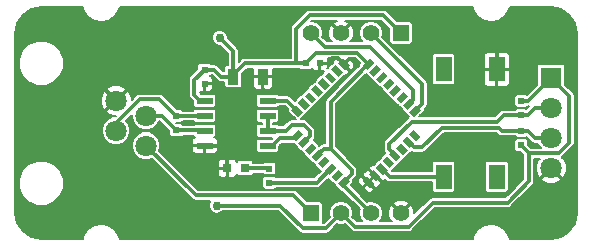
<source format=gbl>
G04 (created by PCBNEW (2013-mar-13)-testing) date Sat 31 Jan 2015 08:43:09 PM EST*
%MOIN*%
G04 Gerber Fmt 3.4, Leading zero omitted, Abs format*
%FSLAX34Y34*%
G01*
G70*
G90*
G04 APERTURE LIST*
%ADD10C,0.005906*%
%ADD11R,0.035000X0.055000*%
%ADD12R,0.055100X0.023600*%
%ADD13R,0.031400X0.031400*%
%ADD14C,0.070866*%
%ADD15R,0.055000X0.055000*%
%ADD16C,0.055000*%
%ADD17R,0.070866X0.070866*%
%ADD18R,0.023622X0.021654*%
%ADD19R,0.021654X0.023622*%
%ADD20R,0.055118X0.082677*%
%ADD21C,0.030000*%
%ADD22C,0.012000*%
%ADD23C,0.007992*%
G04 APERTURE END LIST*
G54D10*
G54D11*
X51407Y-44450D03*
X52392Y-44450D03*
G54D12*
X50450Y-45250D03*
X52550Y-45250D03*
X50450Y-45750D03*
X50450Y-46250D03*
X50450Y-46750D03*
X52550Y-45750D03*
X52550Y-46250D03*
X52550Y-46750D03*
G54D13*
X51795Y-47500D03*
X51205Y-47500D03*
G54D14*
X47500Y-45250D03*
X48500Y-45750D03*
X47500Y-46250D03*
X48500Y-46750D03*
G54D15*
X57000Y-43000D03*
G54D16*
X56000Y-43000D03*
X55000Y-43000D03*
X54000Y-43000D03*
G54D15*
X54000Y-49000D03*
G54D16*
X55000Y-49000D03*
X56000Y-49000D03*
X57000Y-49000D03*
G54D17*
X62000Y-44500D03*
G54D14*
X62000Y-45500D03*
X62000Y-46500D03*
X62000Y-47500D03*
G54D18*
X50450Y-44213D03*
X50450Y-44686D03*
G54D19*
X53813Y-44000D03*
X54286Y-44000D03*
G54D18*
X49500Y-45763D03*
X49500Y-46236D03*
X52600Y-47513D03*
X52600Y-47986D03*
X61000Y-46736D03*
X61000Y-46263D03*
X61000Y-45263D03*
X61000Y-45736D03*
G54D20*
X60185Y-47791D03*
X60185Y-44208D03*
X58414Y-47791D03*
X58414Y-44208D03*
G54D10*
G36*
X53487Y-46604D02*
X53336Y-46453D01*
X53573Y-46217D01*
X53723Y-46367D01*
X53487Y-46604D01*
X53487Y-46604D01*
G37*
G36*
X53709Y-46826D02*
X53559Y-46676D01*
X53796Y-46439D01*
X53946Y-46590D01*
X53709Y-46826D01*
X53709Y-46826D01*
G37*
G36*
X53932Y-47049D02*
X53782Y-46899D01*
X54018Y-46662D01*
X54169Y-46812D01*
X53932Y-47049D01*
X53932Y-47049D01*
G37*
G36*
X54155Y-47272D02*
X54005Y-47121D01*
X54241Y-46885D01*
X54392Y-47035D01*
X54155Y-47272D01*
X54155Y-47272D01*
G37*
G36*
X54378Y-47494D02*
X54227Y-47344D01*
X54464Y-47107D01*
X54614Y-47258D01*
X54378Y-47494D01*
X54378Y-47494D01*
G37*
G36*
X54600Y-47717D02*
X54450Y-47567D01*
X54687Y-47330D01*
X54837Y-47481D01*
X54600Y-47717D01*
X54600Y-47717D01*
G37*
G36*
X54823Y-47940D02*
X54673Y-47790D01*
X54909Y-47553D01*
X55060Y-47703D01*
X54823Y-47940D01*
X54823Y-47940D01*
G37*
G36*
X55046Y-48163D02*
X54895Y-48012D01*
X55132Y-47776D01*
X55282Y-47926D01*
X55046Y-48163D01*
X55046Y-48163D01*
G37*
G36*
X55046Y-48163D02*
X54895Y-48012D01*
X55132Y-47776D01*
X55282Y-47926D01*
X55046Y-48163D01*
X55046Y-48163D01*
G37*
G36*
X54823Y-47940D02*
X54673Y-47790D01*
X54909Y-47553D01*
X55060Y-47703D01*
X54823Y-47940D01*
X54823Y-47940D01*
G37*
G36*
X54600Y-47717D02*
X54450Y-47567D01*
X54687Y-47330D01*
X54837Y-47481D01*
X54600Y-47717D01*
X54600Y-47717D01*
G37*
G36*
X54378Y-47494D02*
X54227Y-47344D01*
X54464Y-47107D01*
X54614Y-47258D01*
X54378Y-47494D01*
X54378Y-47494D01*
G37*
G36*
X54155Y-47272D02*
X54005Y-47121D01*
X54241Y-46885D01*
X54392Y-47035D01*
X54155Y-47272D01*
X54155Y-47272D01*
G37*
G36*
X53932Y-47049D02*
X53782Y-46899D01*
X54018Y-46662D01*
X54169Y-46812D01*
X53932Y-47049D01*
X53932Y-47049D01*
G37*
G36*
X53709Y-46826D02*
X53559Y-46676D01*
X53796Y-46439D01*
X53946Y-46590D01*
X53709Y-46826D01*
X53709Y-46826D01*
G37*
G36*
X53487Y-46604D02*
X53336Y-46453D01*
X53573Y-46217D01*
X53723Y-46367D01*
X53487Y-46604D01*
X53487Y-46604D01*
G37*
G36*
X53487Y-46604D02*
X53336Y-46453D01*
X53573Y-46217D01*
X53723Y-46367D01*
X53487Y-46604D01*
X53487Y-46604D01*
G37*
G36*
X53709Y-46826D02*
X53559Y-46676D01*
X53796Y-46439D01*
X53946Y-46590D01*
X53709Y-46826D01*
X53709Y-46826D01*
G37*
G36*
X53932Y-47049D02*
X53782Y-46899D01*
X54018Y-46662D01*
X54169Y-46812D01*
X53932Y-47049D01*
X53932Y-47049D01*
G37*
G36*
X54155Y-47272D02*
X54005Y-47121D01*
X54241Y-46885D01*
X54392Y-47035D01*
X54155Y-47272D01*
X54155Y-47272D01*
G37*
G36*
X54378Y-47494D02*
X54227Y-47344D01*
X54464Y-47107D01*
X54614Y-47258D01*
X54378Y-47494D01*
X54378Y-47494D01*
G37*
G36*
X54600Y-47717D02*
X54450Y-47567D01*
X54687Y-47330D01*
X54837Y-47481D01*
X54600Y-47717D01*
X54600Y-47717D01*
G37*
G36*
X54823Y-47940D02*
X54673Y-47790D01*
X54909Y-47553D01*
X55060Y-47703D01*
X54823Y-47940D01*
X54823Y-47940D01*
G37*
G36*
X55046Y-48163D02*
X54895Y-48012D01*
X55132Y-47776D01*
X55282Y-47926D01*
X55046Y-48163D01*
X55046Y-48163D01*
G37*
G36*
X55046Y-48163D02*
X54895Y-48012D01*
X55132Y-47776D01*
X55282Y-47926D01*
X55046Y-48163D01*
X55046Y-48163D01*
G37*
G36*
X54823Y-47940D02*
X54673Y-47790D01*
X54909Y-47553D01*
X55060Y-47703D01*
X54823Y-47940D01*
X54823Y-47940D01*
G37*
G36*
X54600Y-47717D02*
X54450Y-47567D01*
X54687Y-47330D01*
X54837Y-47481D01*
X54600Y-47717D01*
X54600Y-47717D01*
G37*
G36*
X54378Y-47494D02*
X54227Y-47344D01*
X54464Y-47107D01*
X54614Y-47258D01*
X54378Y-47494D01*
X54378Y-47494D01*
G37*
G36*
X54155Y-47272D02*
X54005Y-47121D01*
X54241Y-46885D01*
X54392Y-47035D01*
X54155Y-47272D01*
X54155Y-47272D01*
G37*
G36*
X53932Y-47049D02*
X53782Y-46899D01*
X54018Y-46662D01*
X54169Y-46812D01*
X53932Y-47049D01*
X53932Y-47049D01*
G37*
G36*
X53709Y-46826D02*
X53559Y-46676D01*
X53796Y-46439D01*
X53946Y-46590D01*
X53709Y-46826D01*
X53709Y-46826D01*
G37*
G36*
X53487Y-46604D02*
X53336Y-46453D01*
X53573Y-46217D01*
X53723Y-46367D01*
X53487Y-46604D01*
X53487Y-46604D01*
G37*
G36*
X53573Y-45782D02*
X53336Y-45546D01*
X53487Y-45395D01*
X53723Y-45632D01*
X53573Y-45782D01*
X53573Y-45782D01*
G37*
G36*
X53796Y-45560D02*
X53559Y-45323D01*
X53709Y-45173D01*
X53946Y-45409D01*
X53796Y-45560D01*
X53796Y-45560D01*
G37*
G36*
X54018Y-45337D02*
X53782Y-45100D01*
X53932Y-44950D01*
X54169Y-45187D01*
X54018Y-45337D01*
X54018Y-45337D01*
G37*
G36*
X54241Y-45114D02*
X54005Y-44878D01*
X54155Y-44727D01*
X54392Y-44964D01*
X54241Y-45114D01*
X54241Y-45114D01*
G37*
G36*
X54464Y-44892D02*
X54227Y-44655D01*
X54378Y-44505D01*
X54614Y-44741D01*
X54464Y-44892D01*
X54464Y-44892D01*
G37*
G36*
X54687Y-44669D02*
X54450Y-44432D01*
X54600Y-44282D01*
X54837Y-44518D01*
X54687Y-44669D01*
X54687Y-44669D01*
G37*
G36*
X54909Y-44446D02*
X54673Y-44209D01*
X54823Y-44059D01*
X55060Y-44296D01*
X54909Y-44446D01*
X54909Y-44446D01*
G37*
G36*
X55132Y-44223D02*
X54895Y-43987D01*
X55046Y-43836D01*
X55282Y-44073D01*
X55132Y-44223D01*
X55132Y-44223D01*
G37*
G36*
X55867Y-44223D02*
X55717Y-44073D01*
X55953Y-43836D01*
X56104Y-43987D01*
X55867Y-44223D01*
X55867Y-44223D01*
G37*
G36*
X56090Y-44446D02*
X55939Y-44296D01*
X56176Y-44059D01*
X56326Y-44209D01*
X56090Y-44446D01*
X56090Y-44446D01*
G37*
G36*
X56312Y-44669D02*
X56162Y-44518D01*
X56399Y-44282D01*
X56549Y-44432D01*
X56312Y-44669D01*
X56312Y-44669D01*
G37*
G36*
X56535Y-44892D02*
X56385Y-44741D01*
X56621Y-44505D01*
X56772Y-44655D01*
X56535Y-44892D01*
X56535Y-44892D01*
G37*
G36*
X56758Y-45114D02*
X56607Y-44964D01*
X56844Y-44727D01*
X56994Y-44878D01*
X56758Y-45114D01*
X56758Y-45114D01*
G37*
G36*
X56981Y-45337D02*
X56830Y-45187D01*
X57067Y-44950D01*
X57217Y-45100D01*
X56981Y-45337D01*
X56981Y-45337D01*
G37*
G36*
X57203Y-45560D02*
X57053Y-45409D01*
X57290Y-45173D01*
X57440Y-45323D01*
X57203Y-45560D01*
X57203Y-45560D01*
G37*
G36*
X57426Y-45782D02*
X57276Y-45632D01*
X57512Y-45395D01*
X57663Y-45546D01*
X57426Y-45782D01*
X57426Y-45782D01*
G37*
G36*
X57512Y-46604D02*
X57276Y-46367D01*
X57426Y-46217D01*
X57663Y-46453D01*
X57512Y-46604D01*
X57512Y-46604D01*
G37*
G36*
X57290Y-46826D02*
X57053Y-46590D01*
X57203Y-46439D01*
X57440Y-46676D01*
X57290Y-46826D01*
X57290Y-46826D01*
G37*
G36*
X57067Y-47049D02*
X56830Y-46812D01*
X56981Y-46662D01*
X57217Y-46899D01*
X57067Y-47049D01*
X57067Y-47049D01*
G37*
G36*
X56844Y-47272D02*
X56607Y-47035D01*
X56758Y-46885D01*
X56994Y-47121D01*
X56844Y-47272D01*
X56844Y-47272D01*
G37*
G36*
X56621Y-47494D02*
X56385Y-47258D01*
X56535Y-47107D01*
X56772Y-47344D01*
X56621Y-47494D01*
X56621Y-47494D01*
G37*
G36*
X56399Y-47717D02*
X56162Y-47481D01*
X56312Y-47330D01*
X56549Y-47567D01*
X56399Y-47717D01*
X56399Y-47717D01*
G37*
G36*
X56176Y-47940D02*
X55939Y-47703D01*
X56090Y-47553D01*
X56326Y-47790D01*
X56176Y-47940D01*
X56176Y-47940D01*
G37*
G36*
X55953Y-48163D02*
X55717Y-47926D01*
X55867Y-47776D01*
X56104Y-48012D01*
X55953Y-48163D01*
X55953Y-48163D01*
G37*
G54D21*
X50950Y-43150D03*
X61500Y-49500D03*
X62500Y-49000D03*
X62000Y-49500D03*
X59000Y-49500D03*
X62500Y-43000D03*
X61500Y-42500D03*
X62000Y-42500D03*
X62500Y-43500D03*
X58500Y-42500D03*
X51500Y-42500D03*
X50500Y-42500D03*
X49500Y-42500D03*
X48500Y-42500D03*
X49000Y-42500D03*
X50000Y-42500D03*
X51000Y-42500D03*
X52000Y-42500D03*
X52000Y-49500D03*
X51000Y-49500D03*
X50000Y-49500D03*
X49000Y-49500D03*
X48500Y-49500D03*
X49500Y-49500D03*
X50500Y-49500D03*
X51500Y-49500D03*
X45000Y-49500D03*
X44500Y-46500D03*
X44500Y-45500D03*
X44500Y-45000D03*
X44500Y-46000D03*
X44500Y-47000D03*
X45500Y-49500D03*
X44500Y-49000D03*
X45500Y-42500D03*
X45000Y-42500D03*
X44500Y-43000D03*
X59300Y-45100D03*
X59750Y-45100D03*
X59300Y-45600D03*
X59750Y-45600D03*
X53500Y-44400D03*
X48950Y-44250D03*
X48950Y-44700D03*
X48500Y-44700D03*
X48500Y-44300D03*
X50300Y-48750D03*
X53650Y-47650D03*
X53200Y-47650D03*
X51150Y-47050D03*
X59300Y-46450D03*
X59750Y-46900D03*
X59750Y-46450D03*
X59300Y-46900D03*
X51150Y-46650D03*
X51150Y-46250D03*
X51150Y-45850D03*
X50850Y-48750D03*
G54D22*
X54000Y-49000D02*
X53400Y-48400D01*
X50150Y-48400D02*
X48500Y-46750D01*
X53400Y-48400D02*
X50150Y-48400D01*
X58350Y-46150D02*
X60250Y-46150D01*
X58350Y-46150D02*
X57700Y-46800D01*
X57700Y-46800D02*
X57413Y-46800D01*
X57246Y-46633D02*
X57413Y-46800D01*
X60363Y-46263D02*
X61000Y-46263D01*
X60250Y-46150D02*
X60363Y-46263D01*
X61000Y-46263D02*
X61213Y-46263D01*
X61450Y-46500D02*
X62000Y-46500D01*
X61213Y-46263D02*
X61450Y-46500D01*
X57350Y-45950D02*
X56600Y-46700D01*
X60200Y-45950D02*
X57350Y-45950D01*
X61000Y-45736D02*
X60413Y-45736D01*
X60413Y-45736D02*
X60200Y-45950D01*
X61000Y-45736D02*
X61213Y-45736D01*
X61450Y-45500D02*
X62000Y-45500D01*
X61213Y-45736D02*
X61450Y-45500D01*
X56600Y-46877D02*
X56801Y-47078D01*
X56600Y-46700D02*
X56600Y-46877D01*
X56000Y-43000D02*
X57700Y-44700D01*
X57700Y-45358D02*
X57469Y-45589D01*
X57700Y-44700D02*
X57700Y-45358D01*
X54000Y-43000D02*
X54450Y-43450D01*
X57400Y-45213D02*
X57246Y-45366D01*
X57400Y-44900D02*
X57400Y-45213D01*
X55950Y-43450D02*
X57400Y-44900D01*
X54450Y-43450D02*
X55950Y-43450D01*
X56400Y-42400D02*
X53950Y-42400D01*
X57000Y-43000D02*
X56400Y-42400D01*
X53500Y-42850D02*
X53500Y-44000D01*
X53950Y-42400D02*
X53500Y-42850D01*
X53813Y-44000D02*
X53500Y-44000D01*
X53500Y-44000D02*
X51800Y-44000D01*
X51800Y-44000D02*
X51407Y-44392D01*
X51407Y-44392D02*
X51407Y-44450D01*
X50950Y-43150D02*
X51400Y-43600D01*
X51400Y-43600D02*
X51407Y-43607D01*
X51407Y-43607D02*
X51407Y-44450D01*
X51407Y-44392D02*
X51407Y-44450D01*
X55530Y-43650D02*
X54163Y-43650D01*
X54163Y-43650D02*
X53813Y-44000D01*
X55910Y-44030D02*
X55530Y-43650D01*
X51000Y-44450D02*
X51407Y-44450D01*
X50763Y-44213D02*
X51000Y-44450D01*
X50450Y-44213D02*
X50763Y-44213D01*
X50450Y-44213D02*
X50100Y-44563D01*
X50300Y-45250D02*
X50450Y-45250D01*
X50100Y-45050D02*
X50300Y-45250D01*
X50100Y-44563D02*
X50100Y-45050D01*
X51407Y-44392D02*
X51407Y-44450D01*
X55089Y-47969D02*
X55089Y-48089D01*
X55089Y-48089D02*
X56000Y-49000D01*
X54650Y-46850D02*
X54650Y-45291D01*
X54650Y-45291D02*
X55910Y-44030D01*
X54198Y-47078D02*
X54427Y-46850D01*
X54427Y-46850D02*
X54650Y-46850D01*
X55350Y-47708D02*
X55089Y-47969D01*
X55350Y-47550D02*
X55350Y-47708D01*
X54650Y-46850D02*
X55350Y-47550D01*
X62000Y-47500D02*
X62500Y-48000D01*
X62500Y-48000D02*
X62500Y-48500D01*
X47500Y-45250D02*
X46750Y-44500D01*
X46750Y-44500D02*
X46500Y-44500D01*
X61500Y-49500D02*
X61000Y-49500D01*
X62000Y-49500D02*
X62500Y-49000D01*
X62500Y-49000D02*
X62500Y-48500D01*
X61500Y-49500D02*
X62000Y-49500D01*
X59500Y-49000D02*
X59000Y-49500D01*
X60500Y-49000D02*
X59500Y-49000D01*
X61000Y-49500D02*
X60500Y-49000D01*
X62500Y-43500D02*
X62500Y-43000D01*
X62000Y-42500D02*
X61500Y-42500D01*
X60185Y-43314D02*
X60500Y-43000D01*
X60500Y-43000D02*
X61000Y-43000D01*
X61000Y-43000D02*
X61500Y-42500D01*
X60185Y-43314D02*
X60185Y-44208D01*
X62500Y-43000D02*
X62000Y-42500D01*
X60185Y-44208D02*
X60185Y-43185D01*
X59000Y-43000D02*
X58500Y-42500D01*
X60000Y-43000D02*
X59000Y-43000D01*
X60185Y-43185D02*
X60000Y-43000D01*
X52000Y-42500D02*
X51500Y-42500D01*
X51000Y-42500D02*
X50500Y-42500D01*
X50000Y-42500D02*
X49500Y-42500D01*
X49000Y-42500D02*
X48500Y-42500D01*
X48500Y-42500D02*
X47500Y-43500D01*
X49500Y-42500D02*
X49000Y-42500D01*
X50500Y-42500D02*
X50000Y-42500D01*
X51500Y-42500D02*
X51000Y-42500D01*
X51500Y-49500D02*
X51000Y-49500D01*
X50500Y-49500D02*
X50000Y-49500D01*
X49500Y-49500D02*
X49000Y-49500D01*
X46000Y-49000D02*
X48000Y-49000D01*
X48000Y-49000D02*
X48500Y-49500D01*
X49000Y-49500D02*
X48500Y-49500D01*
X50000Y-49500D02*
X49500Y-49500D01*
X51000Y-49500D02*
X50500Y-49500D01*
X51500Y-49500D02*
X52000Y-49500D01*
X44500Y-49000D02*
X45000Y-49500D01*
X44500Y-47000D02*
X45500Y-47000D01*
X45500Y-47000D02*
X46000Y-47500D01*
X46000Y-47500D02*
X46000Y-49000D01*
X44500Y-47000D02*
X44500Y-46500D01*
X44500Y-46000D02*
X44500Y-45500D01*
X46000Y-45000D02*
X44500Y-45000D01*
X46500Y-44500D02*
X46000Y-45000D01*
X44500Y-45500D02*
X44500Y-45000D01*
X44500Y-46500D02*
X44500Y-46000D01*
X46500Y-44500D02*
X46500Y-43500D01*
X46000Y-49000D02*
X45500Y-49500D01*
X45000Y-49500D02*
X45500Y-49500D01*
X44500Y-43000D02*
X45000Y-42500D01*
X45500Y-42500D02*
X45000Y-42500D01*
X46500Y-43500D02*
X45500Y-42500D01*
X46500Y-43500D02*
X47500Y-43500D01*
X54900Y-43841D02*
X54708Y-43841D01*
X54908Y-43850D02*
X54900Y-43841D01*
X54900Y-43841D02*
X55089Y-44030D01*
X51150Y-47050D02*
X51205Y-47105D01*
X50850Y-46750D02*
X51150Y-47050D01*
X50450Y-46750D02*
X50850Y-46750D01*
X51205Y-47105D02*
X51205Y-47500D01*
X52550Y-46750D02*
X52700Y-46750D01*
X53441Y-46500D02*
X53530Y-46410D01*
X52950Y-46500D02*
X53441Y-46500D01*
X52700Y-46750D02*
X52950Y-46500D01*
X51795Y-47500D02*
X52586Y-47500D01*
X52586Y-47500D02*
X52600Y-47513D01*
X52600Y-47986D02*
X54181Y-47986D01*
X54181Y-47986D02*
X54643Y-47524D01*
X56356Y-47524D02*
X56623Y-47791D01*
X56623Y-47791D02*
X58414Y-47791D01*
X53950Y-46436D02*
X53753Y-46633D01*
X53950Y-46250D02*
X53950Y-46436D01*
X53750Y-46050D02*
X53950Y-46250D01*
X53350Y-46050D02*
X53750Y-46050D01*
X53150Y-46250D02*
X53350Y-46050D01*
X52550Y-46250D02*
X52550Y-45750D01*
X52550Y-46250D02*
X53150Y-46250D01*
X53191Y-45250D02*
X53530Y-45589D01*
X52550Y-45250D02*
X53191Y-45250D01*
X48500Y-45750D02*
X49013Y-45750D01*
X49013Y-45750D02*
X49500Y-46236D01*
X49500Y-46236D02*
X50436Y-46236D01*
X50436Y-46236D02*
X50450Y-46250D01*
X47500Y-46250D02*
X47500Y-46000D01*
X48936Y-45200D02*
X49500Y-45763D01*
X48300Y-45200D02*
X48936Y-45200D01*
X47500Y-46000D02*
X48300Y-45200D01*
X49500Y-45763D02*
X50436Y-45763D01*
X50436Y-45763D02*
X50450Y-45750D01*
X55000Y-49000D02*
X54500Y-49500D01*
X52969Y-48750D02*
X50850Y-48750D01*
X53719Y-49500D02*
X52969Y-48750D01*
X54500Y-49500D02*
X53719Y-49500D01*
X61256Y-47943D02*
X60550Y-48650D01*
X61256Y-46993D02*
X61256Y-47943D01*
X55450Y-49450D02*
X55000Y-49000D01*
X57250Y-49450D02*
X55450Y-49450D01*
X58050Y-48650D02*
X57250Y-49450D01*
X60550Y-48650D02*
X58050Y-48650D01*
X62000Y-44500D02*
X62600Y-45100D01*
X61263Y-47000D02*
X61256Y-46993D01*
X61256Y-46993D02*
X61000Y-46736D01*
X62250Y-47000D02*
X61263Y-47000D01*
X62600Y-46650D02*
X62250Y-47000D01*
X62600Y-45100D02*
X62600Y-46650D01*
X61000Y-45263D02*
X61236Y-45263D01*
X61236Y-45263D02*
X62000Y-44500D01*
G54D10*
G36*
X55623Y-43997D02*
X55615Y-44005D01*
X55597Y-44049D01*
X55597Y-44089D01*
X55442Y-44243D01*
X55442Y-44105D01*
X55442Y-44041D01*
X55418Y-43982D01*
X55373Y-43937D01*
X55320Y-43884D01*
X55263Y-43884D01*
X55117Y-44030D01*
X55306Y-44219D01*
X55363Y-44219D01*
X55418Y-44164D01*
X55442Y-44105D01*
X55442Y-44243D01*
X54522Y-45163D01*
X54483Y-45222D01*
X54470Y-45291D01*
X54470Y-46670D01*
X54427Y-46670D01*
X54358Y-46683D01*
X54300Y-46722D01*
X54272Y-46749D01*
X54270Y-46744D01*
X54237Y-46711D01*
X54086Y-46560D01*
X54080Y-46558D01*
X54116Y-46505D01*
X54116Y-46505D01*
X54129Y-46436D01*
X54129Y-46250D01*
X54116Y-46181D01*
X54116Y-46181D01*
X54077Y-46122D01*
X53877Y-45922D01*
X53818Y-45883D01*
X53750Y-45870D01*
X53655Y-45870D01*
X53675Y-45850D01*
X53825Y-45700D01*
X53836Y-45673D01*
X53864Y-45661D01*
X53897Y-45628D01*
X54048Y-45477D01*
X54059Y-45450D01*
X54086Y-45439D01*
X54120Y-45405D01*
X54270Y-45255D01*
X54282Y-45227D01*
X54309Y-45216D01*
X54343Y-45182D01*
X54493Y-45032D01*
X54504Y-45004D01*
X54532Y-44993D01*
X54566Y-44959D01*
X54716Y-44809D01*
X54727Y-44782D01*
X54755Y-44770D01*
X54788Y-44737D01*
X54939Y-44586D01*
X54950Y-44559D01*
X54977Y-44548D01*
X55011Y-44514D01*
X55142Y-44383D01*
X55164Y-44383D01*
X55223Y-44359D01*
X55278Y-44304D01*
X55278Y-44247D01*
X55089Y-44058D01*
X55083Y-44064D01*
X55055Y-44035D01*
X55060Y-44030D01*
X55055Y-44024D01*
X55083Y-43996D01*
X55089Y-44002D01*
X55235Y-43856D01*
X55235Y-43829D01*
X55455Y-43829D01*
X55623Y-43997D01*
X55623Y-43997D01*
G37*
G54D23*
X55623Y-43997D02*
X55615Y-44005D01*
X55597Y-44049D01*
X55597Y-44089D01*
X55442Y-44243D01*
X55442Y-44105D01*
X55442Y-44041D01*
X55418Y-43982D01*
X55373Y-43937D01*
X55320Y-43884D01*
X55263Y-43884D01*
X55117Y-44030D01*
X55306Y-44219D01*
X55363Y-44219D01*
X55418Y-44164D01*
X55442Y-44105D01*
X55442Y-44243D01*
X54522Y-45163D01*
X54483Y-45222D01*
X54470Y-45291D01*
X54470Y-46670D01*
X54427Y-46670D01*
X54358Y-46683D01*
X54300Y-46722D01*
X54272Y-46749D01*
X54270Y-46744D01*
X54237Y-46711D01*
X54086Y-46560D01*
X54080Y-46558D01*
X54116Y-46505D01*
X54116Y-46505D01*
X54129Y-46436D01*
X54129Y-46250D01*
X54116Y-46181D01*
X54116Y-46181D01*
X54077Y-46122D01*
X53877Y-45922D01*
X53818Y-45883D01*
X53750Y-45870D01*
X53655Y-45870D01*
X53675Y-45850D01*
X53825Y-45700D01*
X53836Y-45673D01*
X53864Y-45661D01*
X53897Y-45628D01*
X54048Y-45477D01*
X54059Y-45450D01*
X54086Y-45439D01*
X54120Y-45405D01*
X54270Y-45255D01*
X54282Y-45227D01*
X54309Y-45216D01*
X54343Y-45182D01*
X54493Y-45032D01*
X54504Y-45004D01*
X54532Y-44993D01*
X54566Y-44959D01*
X54716Y-44809D01*
X54727Y-44782D01*
X54755Y-44770D01*
X54788Y-44737D01*
X54939Y-44586D01*
X54950Y-44559D01*
X54977Y-44548D01*
X55011Y-44514D01*
X55142Y-44383D01*
X55164Y-44383D01*
X55223Y-44359D01*
X55278Y-44304D01*
X55278Y-44247D01*
X55089Y-44058D01*
X55083Y-44064D01*
X55055Y-44035D01*
X55060Y-44030D01*
X55055Y-44024D01*
X55083Y-43996D01*
X55089Y-44002D01*
X55235Y-43856D01*
X55235Y-43829D01*
X55455Y-43829D01*
X55623Y-43997D01*
G54D10*
G36*
X61649Y-46820D02*
X61338Y-46820D01*
X61237Y-46719D01*
X61237Y-46604D01*
X61219Y-46560D01*
X61186Y-46526D01*
X61141Y-46508D01*
X61094Y-46508D01*
X60858Y-46508D01*
X60813Y-46526D01*
X60780Y-46560D01*
X60762Y-46604D01*
X60762Y-46651D01*
X60762Y-46868D01*
X60780Y-46912D01*
X60813Y-46946D01*
X60858Y-46964D01*
X60905Y-46964D01*
X60973Y-46964D01*
X61077Y-47067D01*
X61077Y-47868D01*
X60581Y-48364D01*
X60581Y-48228D01*
X60581Y-48180D01*
X60581Y-47354D01*
X60563Y-47310D01*
X60529Y-47276D01*
X60485Y-47258D01*
X60437Y-47258D01*
X59886Y-47258D01*
X59842Y-47276D01*
X59808Y-47310D01*
X59790Y-47354D01*
X59790Y-47401D01*
X59790Y-48228D01*
X59808Y-48272D01*
X59842Y-48306D01*
X59886Y-48324D01*
X59934Y-48324D01*
X60485Y-48324D01*
X60529Y-48306D01*
X60563Y-48272D01*
X60581Y-48228D01*
X60581Y-48364D01*
X60475Y-48470D01*
X58050Y-48470D01*
X57981Y-48483D01*
X57922Y-48522D01*
X57435Y-49010D01*
X57434Y-48910D01*
X57370Y-48755D01*
X57299Y-48729D01*
X57270Y-48757D01*
X57270Y-48700D01*
X57244Y-48629D01*
X57083Y-48564D01*
X56910Y-48565D01*
X56755Y-48629D01*
X56729Y-48700D01*
X57000Y-48971D01*
X57270Y-48700D01*
X57270Y-48757D01*
X57028Y-49000D01*
X57033Y-49005D01*
X57005Y-49033D01*
X57000Y-49028D01*
X56994Y-49033D01*
X56966Y-49005D01*
X56971Y-49000D01*
X56700Y-48729D01*
X56629Y-48755D01*
X56564Y-48916D01*
X56565Y-49089D01*
X56629Y-49244D01*
X56698Y-49270D01*
X56288Y-49270D01*
X56334Y-49223D01*
X56394Y-49078D01*
X56394Y-48921D01*
X56334Y-48776D01*
X56322Y-48763D01*
X56322Y-48020D01*
X56322Y-47964D01*
X56133Y-47775D01*
X56104Y-47803D01*
X56104Y-47746D01*
X55915Y-47557D01*
X55859Y-47557D01*
X55804Y-47613D01*
X55796Y-47632D01*
X55776Y-47640D01*
X55721Y-47695D01*
X55721Y-47752D01*
X55910Y-47941D01*
X55959Y-47892D01*
X55959Y-47892D01*
X56007Y-47844D01*
X56056Y-47795D01*
X56056Y-47795D01*
X56104Y-47746D01*
X56104Y-47803D01*
X56084Y-47823D01*
X56036Y-47872D01*
X55987Y-47921D01*
X55939Y-47969D01*
X56128Y-48158D01*
X56184Y-48158D01*
X56239Y-48103D01*
X56247Y-48084D01*
X56267Y-48076D01*
X56322Y-48020D01*
X56322Y-48763D01*
X56223Y-48665D01*
X56099Y-48613D01*
X56099Y-48243D01*
X56099Y-48186D01*
X55910Y-47997D01*
X55882Y-48026D01*
X55882Y-47969D01*
X55693Y-47780D01*
X55636Y-47780D01*
X55581Y-47835D01*
X55557Y-47894D01*
X55557Y-47958D01*
X55581Y-48017D01*
X55626Y-48062D01*
X55679Y-48115D01*
X55736Y-48115D01*
X55882Y-47969D01*
X55882Y-48026D01*
X55764Y-48143D01*
X55764Y-48200D01*
X55818Y-48253D01*
X55863Y-48298D01*
X55921Y-48323D01*
X55985Y-48323D01*
X56044Y-48298D01*
X56099Y-48243D01*
X56099Y-48613D01*
X56078Y-48605D01*
X55921Y-48605D01*
X55877Y-48623D01*
X55316Y-48062D01*
X55384Y-47994D01*
X55402Y-47950D01*
X55402Y-47910D01*
X55477Y-47836D01*
X55516Y-47777D01*
X55516Y-47777D01*
X55529Y-47708D01*
X55529Y-47550D01*
X55516Y-47481D01*
X55477Y-47422D01*
X54829Y-46775D01*
X54829Y-45365D01*
X55836Y-44359D01*
X55838Y-44364D01*
X55871Y-44397D01*
X56022Y-44548D01*
X56049Y-44559D01*
X56060Y-44586D01*
X56094Y-44620D01*
X56244Y-44770D01*
X56272Y-44782D01*
X56283Y-44809D01*
X56317Y-44843D01*
X56467Y-44993D01*
X56495Y-45004D01*
X56506Y-45032D01*
X56540Y-45066D01*
X56690Y-45216D01*
X56717Y-45227D01*
X56729Y-45255D01*
X56762Y-45288D01*
X56913Y-45439D01*
X56940Y-45450D01*
X56951Y-45477D01*
X56985Y-45511D01*
X57135Y-45661D01*
X57163Y-45673D01*
X57174Y-45700D01*
X57208Y-45734D01*
X57267Y-45793D01*
X57222Y-45822D01*
X56472Y-46572D01*
X56433Y-46631D01*
X56420Y-46700D01*
X56420Y-46877D01*
X56433Y-46946D01*
X56472Y-47004D01*
X56467Y-47006D01*
X56433Y-47040D01*
X56283Y-47190D01*
X56272Y-47217D01*
X56244Y-47229D01*
X56211Y-47262D01*
X56080Y-47393D01*
X56058Y-47393D01*
X55999Y-47417D01*
X55944Y-47472D01*
X55944Y-47529D01*
X56133Y-47718D01*
X56138Y-47712D01*
X56167Y-47741D01*
X56161Y-47746D01*
X56350Y-47935D01*
X56407Y-47935D01*
X56460Y-47882D01*
X56496Y-47918D01*
X56554Y-47957D01*
X56554Y-47957D01*
X56623Y-47971D01*
X58018Y-47971D01*
X58018Y-48228D01*
X58036Y-48272D01*
X58070Y-48306D01*
X58114Y-48324D01*
X58162Y-48324D01*
X58713Y-48324D01*
X58757Y-48306D01*
X58791Y-48272D01*
X58809Y-48228D01*
X58809Y-48180D01*
X58809Y-47354D01*
X58791Y-47310D01*
X58757Y-47276D01*
X58713Y-47258D01*
X58665Y-47258D01*
X58114Y-47258D01*
X58070Y-47276D01*
X58036Y-47310D01*
X58018Y-47354D01*
X58018Y-47401D01*
X58018Y-47611D01*
X56697Y-47611D01*
X56684Y-47598D01*
X56689Y-47596D01*
X56723Y-47562D01*
X56873Y-47412D01*
X56885Y-47385D01*
X56912Y-47373D01*
X56946Y-47340D01*
X57096Y-47189D01*
X57107Y-47162D01*
X57135Y-47151D01*
X57168Y-47117D01*
X57319Y-46967D01*
X57325Y-46953D01*
X57344Y-46966D01*
X57413Y-46979D01*
X57700Y-46979D01*
X57768Y-46966D01*
X57827Y-46927D01*
X58424Y-46329D01*
X60175Y-46329D01*
X60236Y-46390D01*
X60294Y-46429D01*
X60363Y-46443D01*
X60783Y-46443D01*
X60813Y-46473D01*
X60858Y-46491D01*
X60905Y-46491D01*
X61141Y-46491D01*
X61174Y-46478D01*
X61322Y-46627D01*
X61381Y-46666D01*
X61381Y-46666D01*
X61450Y-46679D01*
X61561Y-46679D01*
X61597Y-46768D01*
X61649Y-46820D01*
X61649Y-46820D01*
G37*
G54D23*
X61649Y-46820D02*
X61338Y-46820D01*
X61237Y-46719D01*
X61237Y-46604D01*
X61219Y-46560D01*
X61186Y-46526D01*
X61141Y-46508D01*
X61094Y-46508D01*
X60858Y-46508D01*
X60813Y-46526D01*
X60780Y-46560D01*
X60762Y-46604D01*
X60762Y-46651D01*
X60762Y-46868D01*
X60780Y-46912D01*
X60813Y-46946D01*
X60858Y-46964D01*
X60905Y-46964D01*
X60973Y-46964D01*
X61077Y-47067D01*
X61077Y-47868D01*
X60581Y-48364D01*
X60581Y-48228D01*
X60581Y-48180D01*
X60581Y-47354D01*
X60563Y-47310D01*
X60529Y-47276D01*
X60485Y-47258D01*
X60437Y-47258D01*
X59886Y-47258D01*
X59842Y-47276D01*
X59808Y-47310D01*
X59790Y-47354D01*
X59790Y-47401D01*
X59790Y-48228D01*
X59808Y-48272D01*
X59842Y-48306D01*
X59886Y-48324D01*
X59934Y-48324D01*
X60485Y-48324D01*
X60529Y-48306D01*
X60563Y-48272D01*
X60581Y-48228D01*
X60581Y-48364D01*
X60475Y-48470D01*
X58050Y-48470D01*
X57981Y-48483D01*
X57922Y-48522D01*
X57435Y-49010D01*
X57434Y-48910D01*
X57370Y-48755D01*
X57299Y-48729D01*
X57270Y-48757D01*
X57270Y-48700D01*
X57244Y-48629D01*
X57083Y-48564D01*
X56910Y-48565D01*
X56755Y-48629D01*
X56729Y-48700D01*
X57000Y-48971D01*
X57270Y-48700D01*
X57270Y-48757D01*
X57028Y-49000D01*
X57033Y-49005D01*
X57005Y-49033D01*
X57000Y-49028D01*
X56994Y-49033D01*
X56966Y-49005D01*
X56971Y-49000D01*
X56700Y-48729D01*
X56629Y-48755D01*
X56564Y-48916D01*
X56565Y-49089D01*
X56629Y-49244D01*
X56698Y-49270D01*
X56288Y-49270D01*
X56334Y-49223D01*
X56394Y-49078D01*
X56394Y-48921D01*
X56334Y-48776D01*
X56322Y-48763D01*
X56322Y-48020D01*
X56322Y-47964D01*
X56133Y-47775D01*
X56104Y-47803D01*
X56104Y-47746D01*
X55915Y-47557D01*
X55859Y-47557D01*
X55804Y-47613D01*
X55796Y-47632D01*
X55776Y-47640D01*
X55721Y-47695D01*
X55721Y-47752D01*
X55910Y-47941D01*
X55959Y-47892D01*
X55959Y-47892D01*
X56007Y-47844D01*
X56056Y-47795D01*
X56056Y-47795D01*
X56104Y-47746D01*
X56104Y-47803D01*
X56084Y-47823D01*
X56036Y-47872D01*
X55987Y-47921D01*
X55939Y-47969D01*
X56128Y-48158D01*
X56184Y-48158D01*
X56239Y-48103D01*
X56247Y-48084D01*
X56267Y-48076D01*
X56322Y-48020D01*
X56322Y-48763D01*
X56223Y-48665D01*
X56099Y-48613D01*
X56099Y-48243D01*
X56099Y-48186D01*
X55910Y-47997D01*
X55882Y-48026D01*
X55882Y-47969D01*
X55693Y-47780D01*
X55636Y-47780D01*
X55581Y-47835D01*
X55557Y-47894D01*
X55557Y-47958D01*
X55581Y-48017D01*
X55626Y-48062D01*
X55679Y-48115D01*
X55736Y-48115D01*
X55882Y-47969D01*
X55882Y-48026D01*
X55764Y-48143D01*
X55764Y-48200D01*
X55818Y-48253D01*
X55863Y-48298D01*
X55921Y-48323D01*
X55985Y-48323D01*
X56044Y-48298D01*
X56099Y-48243D01*
X56099Y-48613D01*
X56078Y-48605D01*
X55921Y-48605D01*
X55877Y-48623D01*
X55316Y-48062D01*
X55384Y-47994D01*
X55402Y-47950D01*
X55402Y-47910D01*
X55477Y-47836D01*
X55516Y-47777D01*
X55516Y-47777D01*
X55529Y-47708D01*
X55529Y-47550D01*
X55516Y-47481D01*
X55477Y-47422D01*
X54829Y-46775D01*
X54829Y-45365D01*
X55836Y-44359D01*
X55838Y-44364D01*
X55871Y-44397D01*
X56022Y-44548D01*
X56049Y-44559D01*
X56060Y-44586D01*
X56094Y-44620D01*
X56244Y-44770D01*
X56272Y-44782D01*
X56283Y-44809D01*
X56317Y-44843D01*
X56467Y-44993D01*
X56495Y-45004D01*
X56506Y-45032D01*
X56540Y-45066D01*
X56690Y-45216D01*
X56717Y-45227D01*
X56729Y-45255D01*
X56762Y-45288D01*
X56913Y-45439D01*
X56940Y-45450D01*
X56951Y-45477D01*
X56985Y-45511D01*
X57135Y-45661D01*
X57163Y-45673D01*
X57174Y-45700D01*
X57208Y-45734D01*
X57267Y-45793D01*
X57222Y-45822D01*
X56472Y-46572D01*
X56433Y-46631D01*
X56420Y-46700D01*
X56420Y-46877D01*
X56433Y-46946D01*
X56472Y-47004D01*
X56467Y-47006D01*
X56433Y-47040D01*
X56283Y-47190D01*
X56272Y-47217D01*
X56244Y-47229D01*
X56211Y-47262D01*
X56080Y-47393D01*
X56058Y-47393D01*
X55999Y-47417D01*
X55944Y-47472D01*
X55944Y-47529D01*
X56133Y-47718D01*
X56138Y-47712D01*
X56167Y-47741D01*
X56161Y-47746D01*
X56350Y-47935D01*
X56407Y-47935D01*
X56460Y-47882D01*
X56496Y-47918D01*
X56554Y-47957D01*
X56554Y-47957D01*
X56623Y-47971D01*
X58018Y-47971D01*
X58018Y-48228D01*
X58036Y-48272D01*
X58070Y-48306D01*
X58114Y-48324D01*
X58162Y-48324D01*
X58713Y-48324D01*
X58757Y-48306D01*
X58791Y-48272D01*
X58809Y-48228D01*
X58809Y-48180D01*
X58809Y-47354D01*
X58791Y-47310D01*
X58757Y-47276D01*
X58713Y-47258D01*
X58665Y-47258D01*
X58114Y-47258D01*
X58070Y-47276D01*
X58036Y-47310D01*
X58018Y-47354D01*
X58018Y-47401D01*
X58018Y-47611D01*
X56697Y-47611D01*
X56684Y-47598D01*
X56689Y-47596D01*
X56723Y-47562D01*
X56873Y-47412D01*
X56885Y-47385D01*
X56912Y-47373D01*
X56946Y-47340D01*
X57096Y-47189D01*
X57107Y-47162D01*
X57135Y-47151D01*
X57168Y-47117D01*
X57319Y-46967D01*
X57325Y-46953D01*
X57344Y-46966D01*
X57413Y-46979D01*
X57700Y-46979D01*
X57768Y-46966D01*
X57827Y-46927D01*
X58424Y-46329D01*
X60175Y-46329D01*
X60236Y-46390D01*
X60294Y-46429D01*
X60363Y-46443D01*
X60783Y-46443D01*
X60813Y-46473D01*
X60858Y-46491D01*
X60905Y-46491D01*
X61141Y-46491D01*
X61174Y-46478D01*
X61322Y-46627D01*
X61381Y-46666D01*
X61381Y-46666D01*
X61450Y-46679D01*
X61561Y-46679D01*
X61597Y-46768D01*
X61649Y-46820D01*
G54D10*
G36*
X62860Y-48986D02*
X62792Y-49328D01*
X62779Y-49346D01*
X62779Y-46650D01*
X62779Y-45100D01*
X62766Y-45031D01*
X62766Y-45031D01*
X62727Y-44972D01*
X62474Y-44719D01*
X62474Y-44121D01*
X62455Y-44077D01*
X62422Y-44044D01*
X62378Y-44025D01*
X62330Y-44025D01*
X61621Y-44025D01*
X61577Y-44044D01*
X61544Y-44077D01*
X61525Y-44121D01*
X61525Y-44169D01*
X61525Y-44719D01*
X61188Y-45056D01*
X61186Y-45053D01*
X61141Y-45035D01*
X61094Y-45035D01*
X60858Y-45035D01*
X60813Y-45053D01*
X60780Y-45087D01*
X60762Y-45131D01*
X60762Y-45179D01*
X60762Y-45395D01*
X60780Y-45439D01*
X60813Y-45473D01*
X60858Y-45491D01*
X60905Y-45491D01*
X61141Y-45491D01*
X61186Y-45473D01*
X61216Y-45443D01*
X61236Y-45443D01*
X61255Y-45439D01*
X61174Y-45521D01*
X61141Y-45508D01*
X61094Y-45508D01*
X60858Y-45508D01*
X60813Y-45526D01*
X60783Y-45556D01*
X60621Y-45556D01*
X60621Y-44653D01*
X60621Y-44590D01*
X60621Y-44268D01*
X60621Y-44148D01*
X60621Y-43827D01*
X60621Y-43763D01*
X60597Y-43704D01*
X60552Y-43659D01*
X60493Y-43635D01*
X60245Y-43635D01*
X60205Y-43675D01*
X60205Y-44188D01*
X60581Y-44188D01*
X60621Y-44148D01*
X60621Y-44268D01*
X60581Y-44228D01*
X60205Y-44228D01*
X60205Y-44742D01*
X60245Y-44782D01*
X60493Y-44782D01*
X60552Y-44757D01*
X60597Y-44712D01*
X60621Y-44653D01*
X60621Y-45556D01*
X60413Y-45556D01*
X60344Y-45570D01*
X60286Y-45609D01*
X60165Y-45729D01*
X60165Y-44742D01*
X60165Y-44228D01*
X60165Y-44188D01*
X60165Y-43675D01*
X60125Y-43635D01*
X59878Y-43635D01*
X59819Y-43659D01*
X59774Y-43704D01*
X59750Y-43763D01*
X59750Y-43827D01*
X59750Y-44148D01*
X59790Y-44188D01*
X60165Y-44188D01*
X60165Y-44228D01*
X59790Y-44228D01*
X59750Y-44268D01*
X59750Y-44590D01*
X59750Y-44653D01*
X59774Y-44712D01*
X59819Y-44757D01*
X59878Y-44782D01*
X60125Y-44782D01*
X60165Y-44742D01*
X60165Y-45729D01*
X60125Y-45770D01*
X58809Y-45770D01*
X58809Y-44645D01*
X58809Y-44598D01*
X58809Y-43771D01*
X58791Y-43727D01*
X58757Y-43693D01*
X58713Y-43675D01*
X58665Y-43675D01*
X58114Y-43675D01*
X58070Y-43693D01*
X58036Y-43727D01*
X58018Y-43771D01*
X58018Y-43819D01*
X58018Y-44645D01*
X58036Y-44689D01*
X58070Y-44723D01*
X58114Y-44741D01*
X58162Y-44741D01*
X58713Y-44741D01*
X58757Y-44723D01*
X58791Y-44689D01*
X58809Y-44645D01*
X58809Y-45770D01*
X57608Y-45770D01*
X57764Y-45614D01*
X57782Y-45570D01*
X57782Y-45530D01*
X57827Y-45486D01*
X57866Y-45427D01*
X57879Y-45358D01*
X57879Y-44700D01*
X57866Y-44631D01*
X57866Y-44631D01*
X57827Y-44572D01*
X56376Y-43122D01*
X56394Y-43078D01*
X56394Y-42921D01*
X56334Y-42776D01*
X56223Y-42665D01*
X56078Y-42605D01*
X55921Y-42605D01*
X55776Y-42665D01*
X55665Y-42776D01*
X55605Y-42921D01*
X55605Y-43078D01*
X55665Y-43223D01*
X55711Y-43270D01*
X55301Y-43270D01*
X55370Y-43244D01*
X55435Y-43083D01*
X55434Y-42910D01*
X55370Y-42755D01*
X55299Y-42729D01*
X55028Y-43000D01*
X55033Y-43005D01*
X55005Y-43033D01*
X55000Y-43028D01*
X54994Y-43033D01*
X54966Y-43005D01*
X54971Y-43000D01*
X54700Y-42729D01*
X54629Y-42755D01*
X54564Y-42916D01*
X54565Y-43089D01*
X54629Y-43244D01*
X54698Y-43270D01*
X54524Y-43270D01*
X54376Y-43122D01*
X54394Y-43078D01*
X54394Y-42921D01*
X54334Y-42776D01*
X54223Y-42665D01*
X54078Y-42605D01*
X53999Y-42605D01*
X54024Y-42579D01*
X54876Y-42579D01*
X54755Y-42629D01*
X54729Y-42700D01*
X55000Y-42971D01*
X55270Y-42700D01*
X55244Y-42629D01*
X55121Y-42579D01*
X56325Y-42579D01*
X56605Y-42859D01*
X56605Y-43298D01*
X56623Y-43342D01*
X56657Y-43376D01*
X56701Y-43394D01*
X56748Y-43394D01*
X57298Y-43394D01*
X57342Y-43376D01*
X57376Y-43342D01*
X57394Y-43298D01*
X57394Y-43251D01*
X57394Y-42701D01*
X57376Y-42657D01*
X57342Y-42623D01*
X57298Y-42605D01*
X57251Y-42605D01*
X56859Y-42605D01*
X56527Y-42272D01*
X56468Y-42233D01*
X56400Y-42220D01*
X53950Y-42220D01*
X53881Y-42233D01*
X53822Y-42272D01*
X53372Y-42722D01*
X53333Y-42781D01*
X53320Y-42850D01*
X53320Y-43820D01*
X51800Y-43820D01*
X51731Y-43833D01*
X51672Y-43872D01*
X51587Y-43957D01*
X51587Y-43607D01*
X51574Y-43539D01*
X51574Y-43539D01*
X51535Y-43480D01*
X51527Y-43472D01*
X51219Y-43165D01*
X51219Y-43096D01*
X51178Y-42997D01*
X51103Y-42921D01*
X51003Y-42880D01*
X50896Y-42880D01*
X50797Y-42921D01*
X50721Y-42996D01*
X50680Y-43096D01*
X50680Y-43203D01*
X50721Y-43302D01*
X50796Y-43378D01*
X50896Y-43419D01*
X50965Y-43419D01*
X51227Y-43682D01*
X51227Y-44055D01*
X51209Y-44055D01*
X51164Y-44073D01*
X51131Y-44107D01*
X51112Y-44151D01*
X51112Y-44198D01*
X51112Y-44270D01*
X51074Y-44270D01*
X50890Y-44086D01*
X50832Y-44047D01*
X50763Y-44033D01*
X50666Y-44033D01*
X50636Y-44003D01*
X50591Y-43985D01*
X50544Y-43985D01*
X50308Y-43985D01*
X50263Y-44003D01*
X50230Y-44037D01*
X50212Y-44081D01*
X50212Y-44129D01*
X50212Y-44197D01*
X49972Y-44436D01*
X49933Y-44494D01*
X49920Y-44563D01*
X49920Y-45050D01*
X49933Y-45118D01*
X49972Y-45177D01*
X50054Y-45259D01*
X50054Y-45391D01*
X50072Y-45435D01*
X50106Y-45469D01*
X50150Y-45487D01*
X50198Y-45487D01*
X50749Y-45487D01*
X50793Y-45469D01*
X50827Y-45435D01*
X50845Y-45391D01*
X50845Y-45344D01*
X50845Y-45108D01*
X50827Y-45064D01*
X50793Y-45030D01*
X50749Y-45012D01*
X50728Y-45012D01*
X50728Y-44826D01*
X50728Y-44746D01*
X50688Y-44706D01*
X50470Y-44706D01*
X50470Y-44914D01*
X50510Y-44954D01*
X50536Y-44954D01*
X50599Y-44954D01*
X50658Y-44930D01*
X50703Y-44885D01*
X50728Y-44826D01*
X50728Y-45012D01*
X50701Y-45012D01*
X50316Y-45012D01*
X50279Y-44975D01*
X50279Y-44946D01*
X50300Y-44954D01*
X50363Y-44954D01*
X50389Y-44954D01*
X50429Y-44914D01*
X50429Y-44706D01*
X50422Y-44706D01*
X50422Y-44666D01*
X50429Y-44666D01*
X50429Y-44658D01*
X50470Y-44658D01*
X50470Y-44666D01*
X50688Y-44666D01*
X50728Y-44626D01*
X50728Y-44546D01*
X50703Y-44487D01*
X50658Y-44442D01*
X50624Y-44428D01*
X50636Y-44423D01*
X50666Y-44393D01*
X50689Y-44393D01*
X50872Y-44577D01*
X50931Y-44616D01*
X50931Y-44616D01*
X51000Y-44629D01*
X51112Y-44629D01*
X51112Y-44748D01*
X51131Y-44792D01*
X51164Y-44826D01*
X51209Y-44844D01*
X51256Y-44844D01*
X51606Y-44844D01*
X51650Y-44826D01*
X51684Y-44792D01*
X51702Y-44748D01*
X51702Y-44701D01*
X51702Y-44351D01*
X51874Y-44179D01*
X52057Y-44179D01*
X52057Y-44206D01*
X52057Y-44389D01*
X52097Y-44429D01*
X52372Y-44429D01*
X52372Y-44422D01*
X52412Y-44422D01*
X52412Y-44429D01*
X52687Y-44429D01*
X52727Y-44389D01*
X52727Y-44206D01*
X52727Y-44179D01*
X53500Y-44179D01*
X53601Y-44179D01*
X53603Y-44186D01*
X53637Y-44219D01*
X53681Y-44237D01*
X53729Y-44237D01*
X53945Y-44237D01*
X53989Y-44219D01*
X54023Y-44186D01*
X54028Y-44174D01*
X54042Y-44208D01*
X54087Y-44253D01*
X54146Y-44278D01*
X54226Y-44278D01*
X54266Y-44238D01*
X54266Y-44020D01*
X54258Y-44020D01*
X54258Y-43979D01*
X54266Y-43979D01*
X54266Y-43972D01*
X54306Y-43972D01*
X54306Y-43979D01*
X54514Y-43979D01*
X54554Y-43939D01*
X54554Y-43913D01*
X54554Y-43850D01*
X54546Y-43829D01*
X54860Y-43829D01*
X54871Y-43841D01*
X54815Y-43841D01*
X54760Y-43896D01*
X54735Y-43955D01*
X54735Y-43977D01*
X54721Y-43991D01*
X54571Y-44142D01*
X54560Y-44169D01*
X54543Y-44176D01*
X54554Y-44149D01*
X54554Y-44086D01*
X54554Y-44060D01*
X54514Y-44020D01*
X54306Y-44020D01*
X54306Y-44238D01*
X54346Y-44278D01*
X54426Y-44278D01*
X54441Y-44271D01*
X54348Y-44364D01*
X54337Y-44392D01*
X54310Y-44403D01*
X54276Y-44437D01*
X54126Y-44587D01*
X54114Y-44614D01*
X54087Y-44626D01*
X54053Y-44659D01*
X53903Y-44810D01*
X53892Y-44837D01*
X53864Y-44848D01*
X53831Y-44882D01*
X53680Y-45032D01*
X53669Y-45060D01*
X53642Y-45071D01*
X53608Y-45105D01*
X53458Y-45255D01*
X53455Y-45260D01*
X53318Y-45122D01*
X53259Y-45083D01*
X53191Y-45070D01*
X52929Y-45070D01*
X52927Y-45064D01*
X52893Y-45030D01*
X52849Y-45012D01*
X52801Y-45012D01*
X52727Y-45012D01*
X52727Y-44756D01*
X52727Y-44693D01*
X52727Y-44510D01*
X52687Y-44470D01*
X52412Y-44470D01*
X52412Y-44845D01*
X52452Y-44885D01*
X52598Y-44885D01*
X52657Y-44860D01*
X52702Y-44815D01*
X52727Y-44756D01*
X52727Y-45012D01*
X52372Y-45012D01*
X52372Y-44845D01*
X52372Y-44470D01*
X52097Y-44470D01*
X52057Y-44510D01*
X52057Y-44693D01*
X52057Y-44756D01*
X52081Y-44815D01*
X52126Y-44860D01*
X52185Y-44885D01*
X52332Y-44885D01*
X52372Y-44845D01*
X52372Y-45012D01*
X52250Y-45012D01*
X52206Y-45030D01*
X52172Y-45064D01*
X52154Y-45108D01*
X52154Y-45155D01*
X52154Y-45391D01*
X52172Y-45435D01*
X52206Y-45469D01*
X52250Y-45487D01*
X52298Y-45487D01*
X52849Y-45487D01*
X52893Y-45469D01*
X52927Y-45435D01*
X52929Y-45429D01*
X53116Y-45429D01*
X53217Y-45530D01*
X53217Y-45570D01*
X53235Y-45614D01*
X53269Y-45647D01*
X53491Y-45870D01*
X53350Y-45870D01*
X53281Y-45883D01*
X53222Y-45922D01*
X53075Y-46070D01*
X52929Y-46070D01*
X52927Y-46064D01*
X52893Y-46030D01*
X52849Y-46012D01*
X52801Y-46012D01*
X52729Y-46012D01*
X52729Y-45987D01*
X52849Y-45987D01*
X52893Y-45969D01*
X52927Y-45935D01*
X52945Y-45891D01*
X52945Y-45844D01*
X52945Y-45608D01*
X52927Y-45564D01*
X52893Y-45530D01*
X52849Y-45512D01*
X52801Y-45512D01*
X52250Y-45512D01*
X52206Y-45530D01*
X52172Y-45564D01*
X52154Y-45608D01*
X52154Y-45655D01*
X52154Y-45891D01*
X52172Y-45935D01*
X52206Y-45969D01*
X52250Y-45987D01*
X52298Y-45987D01*
X52370Y-45987D01*
X52370Y-46012D01*
X52250Y-46012D01*
X52206Y-46030D01*
X52172Y-46064D01*
X52154Y-46108D01*
X52154Y-46155D01*
X52154Y-46391D01*
X52172Y-46435D01*
X52206Y-46469D01*
X52250Y-46487D01*
X52298Y-46487D01*
X52707Y-46487D01*
X52683Y-46512D01*
X52250Y-46512D01*
X52206Y-46530D01*
X52172Y-46564D01*
X52154Y-46608D01*
X52154Y-46655D01*
X52154Y-46891D01*
X52172Y-46935D01*
X52206Y-46969D01*
X52250Y-46987D01*
X52298Y-46987D01*
X52849Y-46987D01*
X52893Y-46969D01*
X52927Y-46935D01*
X52945Y-46891D01*
X52945Y-46844D01*
X52945Y-46759D01*
X53024Y-46679D01*
X53393Y-46679D01*
X53419Y-46705D01*
X53446Y-46717D01*
X53458Y-46744D01*
X53491Y-46778D01*
X53642Y-46928D01*
X53669Y-46939D01*
X53680Y-46967D01*
X53714Y-47000D01*
X53864Y-47151D01*
X53892Y-47162D01*
X53903Y-47189D01*
X53937Y-47223D01*
X54087Y-47373D01*
X54114Y-47385D01*
X54126Y-47412D01*
X54159Y-47446D01*
X54310Y-47596D01*
X54315Y-47598D01*
X54107Y-47806D01*
X52837Y-47806D01*
X52837Y-47645D01*
X52837Y-47598D01*
X52837Y-47381D01*
X52819Y-47337D01*
X52786Y-47303D01*
X52741Y-47285D01*
X52694Y-47285D01*
X52458Y-47285D01*
X52413Y-47303D01*
X52397Y-47320D01*
X52071Y-47320D01*
X52071Y-47319D01*
X52053Y-47275D01*
X52019Y-47241D01*
X51975Y-47223D01*
X51928Y-47223D01*
X51614Y-47223D01*
X51570Y-47241D01*
X51536Y-47275D01*
X51521Y-47310D01*
X51497Y-47252D01*
X51452Y-47207D01*
X51393Y-47182D01*
X51265Y-47182D01*
X51225Y-47222D01*
X51225Y-47479D01*
X51232Y-47479D01*
X51232Y-47520D01*
X51225Y-47520D01*
X51225Y-47777D01*
X51265Y-47817D01*
X51393Y-47817D01*
X51452Y-47792D01*
X51497Y-47747D01*
X51521Y-47689D01*
X51536Y-47724D01*
X51570Y-47758D01*
X51614Y-47776D01*
X51661Y-47776D01*
X51975Y-47776D01*
X52019Y-47758D01*
X52053Y-47724D01*
X52071Y-47680D01*
X52071Y-47679D01*
X52376Y-47679D01*
X52380Y-47689D01*
X52413Y-47723D01*
X52458Y-47741D01*
X52505Y-47741D01*
X52741Y-47741D01*
X52786Y-47723D01*
X52819Y-47689D01*
X52837Y-47645D01*
X52837Y-47806D01*
X52816Y-47806D01*
X52786Y-47776D01*
X52741Y-47758D01*
X52694Y-47758D01*
X52458Y-47758D01*
X52413Y-47776D01*
X52380Y-47810D01*
X52362Y-47854D01*
X52362Y-47901D01*
X52362Y-48118D01*
X52380Y-48162D01*
X52413Y-48196D01*
X52458Y-48214D01*
X52505Y-48214D01*
X52741Y-48214D01*
X52786Y-48196D01*
X52816Y-48166D01*
X54181Y-48166D01*
X54250Y-48152D01*
X54309Y-48113D01*
X54569Y-47853D01*
X54571Y-47857D01*
X54605Y-47891D01*
X54755Y-48041D01*
X54782Y-48053D01*
X54794Y-48080D01*
X54827Y-48114D01*
X54978Y-48264D01*
X55022Y-48282D01*
X55028Y-48282D01*
X55623Y-48877D01*
X55605Y-48921D01*
X55605Y-49078D01*
X55665Y-49223D01*
X55711Y-49270D01*
X55524Y-49270D01*
X55376Y-49122D01*
X55394Y-49078D01*
X55394Y-48921D01*
X55334Y-48776D01*
X55223Y-48665D01*
X55078Y-48605D01*
X54921Y-48605D01*
X54776Y-48665D01*
X54665Y-48776D01*
X54605Y-48921D01*
X54605Y-49078D01*
X54623Y-49122D01*
X54425Y-49320D01*
X54386Y-49320D01*
X54394Y-49298D01*
X54394Y-49251D01*
X54394Y-48701D01*
X54376Y-48657D01*
X54342Y-48623D01*
X54298Y-48605D01*
X54251Y-48605D01*
X53859Y-48605D01*
X53527Y-48272D01*
X53468Y-48233D01*
X53400Y-48220D01*
X51184Y-48220D01*
X51184Y-47777D01*
X51184Y-47520D01*
X51184Y-47479D01*
X51184Y-47222D01*
X51144Y-47182D01*
X51016Y-47182D01*
X50957Y-47207D01*
X50912Y-47252D01*
X50887Y-47311D01*
X50887Y-47374D01*
X50887Y-47439D01*
X50927Y-47479D01*
X51184Y-47479D01*
X51184Y-47520D01*
X50927Y-47520D01*
X50887Y-47560D01*
X50887Y-47625D01*
X50887Y-47688D01*
X50912Y-47747D01*
X50957Y-47792D01*
X51016Y-47817D01*
X51144Y-47817D01*
X51184Y-47777D01*
X51184Y-48220D01*
X50885Y-48220D01*
X50885Y-46899D01*
X50885Y-46810D01*
X50885Y-46689D01*
X50885Y-46600D01*
X50861Y-46541D01*
X50816Y-46496D01*
X50772Y-46478D01*
X50793Y-46469D01*
X50827Y-46435D01*
X50845Y-46391D01*
X50845Y-46344D01*
X50845Y-46108D01*
X50827Y-46064D01*
X50793Y-46030D01*
X50749Y-46012D01*
X50701Y-46012D01*
X50150Y-46012D01*
X50106Y-46030D01*
X50080Y-46056D01*
X49716Y-46056D01*
X49686Y-46026D01*
X49641Y-46008D01*
X49594Y-46008D01*
X49526Y-46008D01*
X49510Y-45991D01*
X49641Y-45991D01*
X49686Y-45973D01*
X49716Y-45943D01*
X50080Y-45943D01*
X50106Y-45969D01*
X50150Y-45987D01*
X50198Y-45987D01*
X50749Y-45987D01*
X50793Y-45969D01*
X50827Y-45935D01*
X50845Y-45891D01*
X50845Y-45844D01*
X50845Y-45608D01*
X50827Y-45564D01*
X50793Y-45530D01*
X50749Y-45512D01*
X50701Y-45512D01*
X50150Y-45512D01*
X50106Y-45530D01*
X50072Y-45564D01*
X50064Y-45583D01*
X49716Y-45583D01*
X49686Y-45553D01*
X49641Y-45535D01*
X49594Y-45535D01*
X49526Y-45535D01*
X49063Y-45072D01*
X49005Y-45033D01*
X48936Y-45020D01*
X48300Y-45020D01*
X48231Y-45033D01*
X48172Y-45072D01*
X48014Y-45231D01*
X48014Y-45148D01*
X47936Y-44959D01*
X47935Y-44958D01*
X47856Y-44921D01*
X47828Y-44950D01*
X47828Y-44893D01*
X47791Y-44814D01*
X47602Y-44735D01*
X47398Y-44735D01*
X47209Y-44813D01*
X47208Y-44814D01*
X47171Y-44893D01*
X47500Y-45221D01*
X47828Y-44893D01*
X47828Y-44950D01*
X47528Y-45250D01*
X47533Y-45255D01*
X47505Y-45283D01*
X47500Y-45278D01*
X47471Y-45306D01*
X47471Y-45250D01*
X47143Y-44921D01*
X47064Y-44958D01*
X46985Y-45147D01*
X46985Y-45351D01*
X47063Y-45540D01*
X47064Y-45541D01*
X47143Y-45578D01*
X47471Y-45250D01*
X47471Y-45306D01*
X47171Y-45606D01*
X47208Y-45685D01*
X47397Y-45764D01*
X47481Y-45764D01*
X47469Y-45775D01*
X47406Y-45775D01*
X47231Y-45847D01*
X47098Y-45981D01*
X47025Y-46155D01*
X47025Y-46343D01*
X47097Y-46518D01*
X47231Y-46651D01*
X47405Y-46724D01*
X47593Y-46724D01*
X47768Y-46652D01*
X47901Y-46518D01*
X47974Y-46344D01*
X47974Y-46156D01*
X47902Y-45981D01*
X47837Y-45916D01*
X48025Y-45728D01*
X48025Y-45843D01*
X48097Y-46018D01*
X48231Y-46151D01*
X48405Y-46224D01*
X48593Y-46224D01*
X48768Y-46152D01*
X48901Y-46018D01*
X48938Y-45929D01*
X48939Y-45929D01*
X49262Y-46252D01*
X49262Y-46368D01*
X49280Y-46412D01*
X49313Y-46446D01*
X49358Y-46464D01*
X49405Y-46464D01*
X49641Y-46464D01*
X49686Y-46446D01*
X49716Y-46416D01*
X50064Y-46416D01*
X50072Y-46435D01*
X50106Y-46469D01*
X50127Y-46478D01*
X50083Y-46496D01*
X50038Y-46541D01*
X50014Y-46600D01*
X50014Y-46689D01*
X50054Y-46729D01*
X50429Y-46729D01*
X50429Y-46722D01*
X50470Y-46722D01*
X50470Y-46729D01*
X50845Y-46729D01*
X50885Y-46689D01*
X50885Y-46810D01*
X50845Y-46770D01*
X50470Y-46770D01*
X50470Y-46988D01*
X50510Y-47028D01*
X50693Y-47028D01*
X50757Y-47028D01*
X50816Y-47003D01*
X50861Y-46958D01*
X50885Y-46899D01*
X50885Y-48220D01*
X50429Y-48220D01*
X50429Y-46988D01*
X50429Y-46770D01*
X50054Y-46770D01*
X50014Y-46810D01*
X50014Y-46899D01*
X50038Y-46958D01*
X50083Y-47003D01*
X50142Y-47028D01*
X50206Y-47028D01*
X50389Y-47028D01*
X50429Y-46988D01*
X50429Y-48220D01*
X50224Y-48220D01*
X48937Y-46933D01*
X48974Y-46844D01*
X48974Y-46656D01*
X48902Y-46481D01*
X48768Y-46348D01*
X48594Y-46275D01*
X48406Y-46275D01*
X48231Y-46347D01*
X48098Y-46481D01*
X48025Y-46655D01*
X48025Y-46843D01*
X48097Y-47018D01*
X48231Y-47151D01*
X48405Y-47224D01*
X48593Y-47224D01*
X48683Y-47187D01*
X50022Y-48527D01*
X50081Y-48566D01*
X50150Y-48579D01*
X50638Y-48579D01*
X50621Y-48596D01*
X50580Y-48696D01*
X50580Y-48803D01*
X50621Y-48902D01*
X50696Y-48978D01*
X50796Y-49019D01*
X50903Y-49019D01*
X51002Y-48978D01*
X51051Y-48929D01*
X52895Y-48929D01*
X53592Y-49627D01*
X53651Y-49666D01*
X53719Y-49679D01*
X54500Y-49679D01*
X54568Y-49666D01*
X54627Y-49627D01*
X54877Y-49376D01*
X54921Y-49394D01*
X55078Y-49394D01*
X55122Y-49376D01*
X55322Y-49577D01*
X55381Y-49616D01*
X55450Y-49629D01*
X57250Y-49629D01*
X57318Y-49616D01*
X57377Y-49577D01*
X58124Y-48829D01*
X60550Y-48829D01*
X60618Y-48816D01*
X60677Y-48777D01*
X61384Y-48070D01*
X61423Y-48011D01*
X61423Y-48011D01*
X61436Y-47943D01*
X61436Y-47179D01*
X61626Y-47179D01*
X61564Y-47208D01*
X61485Y-47397D01*
X61485Y-47601D01*
X61563Y-47790D01*
X61564Y-47791D01*
X61643Y-47828D01*
X61971Y-47500D01*
X61966Y-47494D01*
X61994Y-47466D01*
X62000Y-47471D01*
X62005Y-47466D01*
X62033Y-47494D01*
X62028Y-47500D01*
X62356Y-47828D01*
X62435Y-47791D01*
X62514Y-47602D01*
X62514Y-47398D01*
X62436Y-47209D01*
X62435Y-47208D01*
X62356Y-47171D01*
X62384Y-47143D01*
X62371Y-47130D01*
X62377Y-47127D01*
X62727Y-46777D01*
X62766Y-46718D01*
X62779Y-46650D01*
X62779Y-49346D01*
X62606Y-49606D01*
X62514Y-49667D01*
X62328Y-49792D01*
X62328Y-49792D01*
X62328Y-47856D01*
X62000Y-47528D01*
X61671Y-47856D01*
X61708Y-47935D01*
X61897Y-48014D01*
X62101Y-48014D01*
X62290Y-47936D01*
X62291Y-47935D01*
X62328Y-47856D01*
X62328Y-49792D01*
X61986Y-49860D01*
X60614Y-49860D01*
X60598Y-49781D01*
X60577Y-49731D01*
X60577Y-49731D01*
X60469Y-49568D01*
X60469Y-49568D01*
X60431Y-49530D01*
X60431Y-49530D01*
X60268Y-49422D01*
X60218Y-49401D01*
X60027Y-49363D01*
X60027Y-49363D01*
X59972Y-49363D01*
X59972Y-49363D01*
X59781Y-49401D01*
X59731Y-49422D01*
X59568Y-49530D01*
X59568Y-49530D01*
X59530Y-49568D01*
X59530Y-49568D01*
X59422Y-49731D01*
X59401Y-49781D01*
X59385Y-49860D01*
X47614Y-49860D01*
X47598Y-49781D01*
X47577Y-49731D01*
X47577Y-49731D01*
X47469Y-49568D01*
X47469Y-49568D01*
X47431Y-49530D01*
X47431Y-49530D01*
X47268Y-49422D01*
X47218Y-49401D01*
X47027Y-49363D01*
X47027Y-49363D01*
X46972Y-49363D01*
X46972Y-49363D01*
X46781Y-49401D01*
X46731Y-49422D01*
X46568Y-49530D01*
X46568Y-49530D01*
X46530Y-49568D01*
X46530Y-49568D01*
X46422Y-49731D01*
X46401Y-49781D01*
X46385Y-49860D01*
X45749Y-49860D01*
X45749Y-47851D01*
X45749Y-43851D01*
X45636Y-43575D01*
X45425Y-43364D01*
X45149Y-43250D01*
X44851Y-43250D01*
X44575Y-43363D01*
X44364Y-43574D01*
X44250Y-43850D01*
X44250Y-44148D01*
X44363Y-44424D01*
X44574Y-44635D01*
X44850Y-44749D01*
X45148Y-44749D01*
X45424Y-44636D01*
X45635Y-44425D01*
X45749Y-44149D01*
X45749Y-43851D01*
X45749Y-47851D01*
X45636Y-47575D01*
X45425Y-47364D01*
X45149Y-47250D01*
X44851Y-47250D01*
X44575Y-47363D01*
X44364Y-47574D01*
X44250Y-47850D01*
X44250Y-48148D01*
X44363Y-48424D01*
X44574Y-48635D01*
X44850Y-48749D01*
X45148Y-48749D01*
X45424Y-48636D01*
X45635Y-48425D01*
X45749Y-48149D01*
X45749Y-47851D01*
X45749Y-49860D01*
X45013Y-49860D01*
X44671Y-49792D01*
X44393Y-49606D01*
X44207Y-49328D01*
X44139Y-48986D01*
X44139Y-43013D01*
X44207Y-42671D01*
X44393Y-42393D01*
X44671Y-42207D01*
X45013Y-42139D01*
X46385Y-42139D01*
X46401Y-42218D01*
X46422Y-42268D01*
X46530Y-42431D01*
X46530Y-42431D01*
X46568Y-42469D01*
X46568Y-42469D01*
X46731Y-42577D01*
X46731Y-42577D01*
X46781Y-42598D01*
X46972Y-42636D01*
X46972Y-42636D01*
X47027Y-42636D01*
X47027Y-42636D01*
X47218Y-42598D01*
X47268Y-42577D01*
X47431Y-42469D01*
X47431Y-42469D01*
X47469Y-42431D01*
X47469Y-42431D01*
X47577Y-42268D01*
X47577Y-42268D01*
X47598Y-42218D01*
X47614Y-42139D01*
X59385Y-42139D01*
X59401Y-42218D01*
X59422Y-42268D01*
X59530Y-42431D01*
X59530Y-42431D01*
X59568Y-42469D01*
X59568Y-42469D01*
X59731Y-42577D01*
X59731Y-42577D01*
X59781Y-42598D01*
X59972Y-42636D01*
X59972Y-42636D01*
X60027Y-42636D01*
X60027Y-42636D01*
X60218Y-42598D01*
X60268Y-42577D01*
X60431Y-42469D01*
X60431Y-42469D01*
X60469Y-42431D01*
X60469Y-42431D01*
X60577Y-42268D01*
X60577Y-42268D01*
X60598Y-42218D01*
X60614Y-42139D01*
X61986Y-42139D01*
X62328Y-42207D01*
X62606Y-42393D01*
X62792Y-42671D01*
X62860Y-43013D01*
X62860Y-48986D01*
X62860Y-48986D01*
G37*
G54D23*
X62860Y-48986D02*
X62792Y-49328D01*
X62779Y-49346D01*
X62779Y-46650D01*
X62779Y-45100D01*
X62766Y-45031D01*
X62766Y-45031D01*
X62727Y-44972D01*
X62474Y-44719D01*
X62474Y-44121D01*
X62455Y-44077D01*
X62422Y-44044D01*
X62378Y-44025D01*
X62330Y-44025D01*
X61621Y-44025D01*
X61577Y-44044D01*
X61544Y-44077D01*
X61525Y-44121D01*
X61525Y-44169D01*
X61525Y-44719D01*
X61188Y-45056D01*
X61186Y-45053D01*
X61141Y-45035D01*
X61094Y-45035D01*
X60858Y-45035D01*
X60813Y-45053D01*
X60780Y-45087D01*
X60762Y-45131D01*
X60762Y-45179D01*
X60762Y-45395D01*
X60780Y-45439D01*
X60813Y-45473D01*
X60858Y-45491D01*
X60905Y-45491D01*
X61141Y-45491D01*
X61186Y-45473D01*
X61216Y-45443D01*
X61236Y-45443D01*
X61255Y-45439D01*
X61174Y-45521D01*
X61141Y-45508D01*
X61094Y-45508D01*
X60858Y-45508D01*
X60813Y-45526D01*
X60783Y-45556D01*
X60621Y-45556D01*
X60621Y-44653D01*
X60621Y-44590D01*
X60621Y-44268D01*
X60621Y-44148D01*
X60621Y-43827D01*
X60621Y-43763D01*
X60597Y-43704D01*
X60552Y-43659D01*
X60493Y-43635D01*
X60245Y-43635D01*
X60205Y-43675D01*
X60205Y-44188D01*
X60581Y-44188D01*
X60621Y-44148D01*
X60621Y-44268D01*
X60581Y-44228D01*
X60205Y-44228D01*
X60205Y-44742D01*
X60245Y-44782D01*
X60493Y-44782D01*
X60552Y-44757D01*
X60597Y-44712D01*
X60621Y-44653D01*
X60621Y-45556D01*
X60413Y-45556D01*
X60344Y-45570D01*
X60286Y-45609D01*
X60165Y-45729D01*
X60165Y-44742D01*
X60165Y-44228D01*
X60165Y-44188D01*
X60165Y-43675D01*
X60125Y-43635D01*
X59878Y-43635D01*
X59819Y-43659D01*
X59774Y-43704D01*
X59750Y-43763D01*
X59750Y-43827D01*
X59750Y-44148D01*
X59790Y-44188D01*
X60165Y-44188D01*
X60165Y-44228D01*
X59790Y-44228D01*
X59750Y-44268D01*
X59750Y-44590D01*
X59750Y-44653D01*
X59774Y-44712D01*
X59819Y-44757D01*
X59878Y-44782D01*
X60125Y-44782D01*
X60165Y-44742D01*
X60165Y-45729D01*
X60125Y-45770D01*
X58809Y-45770D01*
X58809Y-44645D01*
X58809Y-44598D01*
X58809Y-43771D01*
X58791Y-43727D01*
X58757Y-43693D01*
X58713Y-43675D01*
X58665Y-43675D01*
X58114Y-43675D01*
X58070Y-43693D01*
X58036Y-43727D01*
X58018Y-43771D01*
X58018Y-43819D01*
X58018Y-44645D01*
X58036Y-44689D01*
X58070Y-44723D01*
X58114Y-44741D01*
X58162Y-44741D01*
X58713Y-44741D01*
X58757Y-44723D01*
X58791Y-44689D01*
X58809Y-44645D01*
X58809Y-45770D01*
X57608Y-45770D01*
X57764Y-45614D01*
X57782Y-45570D01*
X57782Y-45530D01*
X57827Y-45486D01*
X57866Y-45427D01*
X57879Y-45358D01*
X57879Y-44700D01*
X57866Y-44631D01*
X57866Y-44631D01*
X57827Y-44572D01*
X56376Y-43122D01*
X56394Y-43078D01*
X56394Y-42921D01*
X56334Y-42776D01*
X56223Y-42665D01*
X56078Y-42605D01*
X55921Y-42605D01*
X55776Y-42665D01*
X55665Y-42776D01*
X55605Y-42921D01*
X55605Y-43078D01*
X55665Y-43223D01*
X55711Y-43270D01*
X55301Y-43270D01*
X55370Y-43244D01*
X55435Y-43083D01*
X55434Y-42910D01*
X55370Y-42755D01*
X55299Y-42729D01*
X55028Y-43000D01*
X55033Y-43005D01*
X55005Y-43033D01*
X55000Y-43028D01*
X54994Y-43033D01*
X54966Y-43005D01*
X54971Y-43000D01*
X54700Y-42729D01*
X54629Y-42755D01*
X54564Y-42916D01*
X54565Y-43089D01*
X54629Y-43244D01*
X54698Y-43270D01*
X54524Y-43270D01*
X54376Y-43122D01*
X54394Y-43078D01*
X54394Y-42921D01*
X54334Y-42776D01*
X54223Y-42665D01*
X54078Y-42605D01*
X53999Y-42605D01*
X54024Y-42579D01*
X54876Y-42579D01*
X54755Y-42629D01*
X54729Y-42700D01*
X55000Y-42971D01*
X55270Y-42700D01*
X55244Y-42629D01*
X55121Y-42579D01*
X56325Y-42579D01*
X56605Y-42859D01*
X56605Y-43298D01*
X56623Y-43342D01*
X56657Y-43376D01*
X56701Y-43394D01*
X56748Y-43394D01*
X57298Y-43394D01*
X57342Y-43376D01*
X57376Y-43342D01*
X57394Y-43298D01*
X57394Y-43251D01*
X57394Y-42701D01*
X57376Y-42657D01*
X57342Y-42623D01*
X57298Y-42605D01*
X57251Y-42605D01*
X56859Y-42605D01*
X56527Y-42272D01*
X56468Y-42233D01*
X56400Y-42220D01*
X53950Y-42220D01*
X53881Y-42233D01*
X53822Y-42272D01*
X53372Y-42722D01*
X53333Y-42781D01*
X53320Y-42850D01*
X53320Y-43820D01*
X51800Y-43820D01*
X51731Y-43833D01*
X51672Y-43872D01*
X51587Y-43957D01*
X51587Y-43607D01*
X51574Y-43539D01*
X51574Y-43539D01*
X51535Y-43480D01*
X51527Y-43472D01*
X51219Y-43165D01*
X51219Y-43096D01*
X51178Y-42997D01*
X51103Y-42921D01*
X51003Y-42880D01*
X50896Y-42880D01*
X50797Y-42921D01*
X50721Y-42996D01*
X50680Y-43096D01*
X50680Y-43203D01*
X50721Y-43302D01*
X50796Y-43378D01*
X50896Y-43419D01*
X50965Y-43419D01*
X51227Y-43682D01*
X51227Y-44055D01*
X51209Y-44055D01*
X51164Y-44073D01*
X51131Y-44107D01*
X51112Y-44151D01*
X51112Y-44198D01*
X51112Y-44270D01*
X51074Y-44270D01*
X50890Y-44086D01*
X50832Y-44047D01*
X50763Y-44033D01*
X50666Y-44033D01*
X50636Y-44003D01*
X50591Y-43985D01*
X50544Y-43985D01*
X50308Y-43985D01*
X50263Y-44003D01*
X50230Y-44037D01*
X50212Y-44081D01*
X50212Y-44129D01*
X50212Y-44197D01*
X49972Y-44436D01*
X49933Y-44494D01*
X49920Y-44563D01*
X49920Y-45050D01*
X49933Y-45118D01*
X49972Y-45177D01*
X50054Y-45259D01*
X50054Y-45391D01*
X50072Y-45435D01*
X50106Y-45469D01*
X50150Y-45487D01*
X50198Y-45487D01*
X50749Y-45487D01*
X50793Y-45469D01*
X50827Y-45435D01*
X50845Y-45391D01*
X50845Y-45344D01*
X50845Y-45108D01*
X50827Y-45064D01*
X50793Y-45030D01*
X50749Y-45012D01*
X50728Y-45012D01*
X50728Y-44826D01*
X50728Y-44746D01*
X50688Y-44706D01*
X50470Y-44706D01*
X50470Y-44914D01*
X50510Y-44954D01*
X50536Y-44954D01*
X50599Y-44954D01*
X50658Y-44930D01*
X50703Y-44885D01*
X50728Y-44826D01*
X50728Y-45012D01*
X50701Y-45012D01*
X50316Y-45012D01*
X50279Y-44975D01*
X50279Y-44946D01*
X50300Y-44954D01*
X50363Y-44954D01*
X50389Y-44954D01*
X50429Y-44914D01*
X50429Y-44706D01*
X50422Y-44706D01*
X50422Y-44666D01*
X50429Y-44666D01*
X50429Y-44658D01*
X50470Y-44658D01*
X50470Y-44666D01*
X50688Y-44666D01*
X50728Y-44626D01*
X50728Y-44546D01*
X50703Y-44487D01*
X50658Y-44442D01*
X50624Y-44428D01*
X50636Y-44423D01*
X50666Y-44393D01*
X50689Y-44393D01*
X50872Y-44577D01*
X50931Y-44616D01*
X50931Y-44616D01*
X51000Y-44629D01*
X51112Y-44629D01*
X51112Y-44748D01*
X51131Y-44792D01*
X51164Y-44826D01*
X51209Y-44844D01*
X51256Y-44844D01*
X51606Y-44844D01*
X51650Y-44826D01*
X51684Y-44792D01*
X51702Y-44748D01*
X51702Y-44701D01*
X51702Y-44351D01*
X51874Y-44179D01*
X52057Y-44179D01*
X52057Y-44206D01*
X52057Y-44389D01*
X52097Y-44429D01*
X52372Y-44429D01*
X52372Y-44422D01*
X52412Y-44422D01*
X52412Y-44429D01*
X52687Y-44429D01*
X52727Y-44389D01*
X52727Y-44206D01*
X52727Y-44179D01*
X53500Y-44179D01*
X53601Y-44179D01*
X53603Y-44186D01*
X53637Y-44219D01*
X53681Y-44237D01*
X53729Y-44237D01*
X53945Y-44237D01*
X53989Y-44219D01*
X54023Y-44186D01*
X54028Y-44174D01*
X54042Y-44208D01*
X54087Y-44253D01*
X54146Y-44278D01*
X54226Y-44278D01*
X54266Y-44238D01*
X54266Y-44020D01*
X54258Y-44020D01*
X54258Y-43979D01*
X54266Y-43979D01*
X54266Y-43972D01*
X54306Y-43972D01*
X54306Y-43979D01*
X54514Y-43979D01*
X54554Y-43939D01*
X54554Y-43913D01*
X54554Y-43850D01*
X54546Y-43829D01*
X54860Y-43829D01*
X54871Y-43841D01*
X54815Y-43841D01*
X54760Y-43896D01*
X54735Y-43955D01*
X54735Y-43977D01*
X54721Y-43991D01*
X54571Y-44142D01*
X54560Y-44169D01*
X54543Y-44176D01*
X54554Y-44149D01*
X54554Y-44086D01*
X54554Y-44060D01*
X54514Y-44020D01*
X54306Y-44020D01*
X54306Y-44238D01*
X54346Y-44278D01*
X54426Y-44278D01*
X54441Y-44271D01*
X54348Y-44364D01*
X54337Y-44392D01*
X54310Y-44403D01*
X54276Y-44437D01*
X54126Y-44587D01*
X54114Y-44614D01*
X54087Y-44626D01*
X54053Y-44659D01*
X53903Y-44810D01*
X53892Y-44837D01*
X53864Y-44848D01*
X53831Y-44882D01*
X53680Y-45032D01*
X53669Y-45060D01*
X53642Y-45071D01*
X53608Y-45105D01*
X53458Y-45255D01*
X53455Y-45260D01*
X53318Y-45122D01*
X53259Y-45083D01*
X53191Y-45070D01*
X52929Y-45070D01*
X52927Y-45064D01*
X52893Y-45030D01*
X52849Y-45012D01*
X52801Y-45012D01*
X52727Y-45012D01*
X52727Y-44756D01*
X52727Y-44693D01*
X52727Y-44510D01*
X52687Y-44470D01*
X52412Y-44470D01*
X52412Y-44845D01*
X52452Y-44885D01*
X52598Y-44885D01*
X52657Y-44860D01*
X52702Y-44815D01*
X52727Y-44756D01*
X52727Y-45012D01*
X52372Y-45012D01*
X52372Y-44845D01*
X52372Y-44470D01*
X52097Y-44470D01*
X52057Y-44510D01*
X52057Y-44693D01*
X52057Y-44756D01*
X52081Y-44815D01*
X52126Y-44860D01*
X52185Y-44885D01*
X52332Y-44885D01*
X52372Y-44845D01*
X52372Y-45012D01*
X52250Y-45012D01*
X52206Y-45030D01*
X52172Y-45064D01*
X52154Y-45108D01*
X52154Y-45155D01*
X52154Y-45391D01*
X52172Y-45435D01*
X52206Y-45469D01*
X52250Y-45487D01*
X52298Y-45487D01*
X52849Y-45487D01*
X52893Y-45469D01*
X52927Y-45435D01*
X52929Y-45429D01*
X53116Y-45429D01*
X53217Y-45530D01*
X53217Y-45570D01*
X53235Y-45614D01*
X53269Y-45647D01*
X53491Y-45870D01*
X53350Y-45870D01*
X53281Y-45883D01*
X53222Y-45922D01*
X53075Y-46070D01*
X52929Y-46070D01*
X52927Y-46064D01*
X52893Y-46030D01*
X52849Y-46012D01*
X52801Y-46012D01*
X52729Y-46012D01*
X52729Y-45987D01*
X52849Y-45987D01*
X52893Y-45969D01*
X52927Y-45935D01*
X52945Y-45891D01*
X52945Y-45844D01*
X52945Y-45608D01*
X52927Y-45564D01*
X52893Y-45530D01*
X52849Y-45512D01*
X52801Y-45512D01*
X52250Y-45512D01*
X52206Y-45530D01*
X52172Y-45564D01*
X52154Y-45608D01*
X52154Y-45655D01*
X52154Y-45891D01*
X52172Y-45935D01*
X52206Y-45969D01*
X52250Y-45987D01*
X52298Y-45987D01*
X52370Y-45987D01*
X52370Y-46012D01*
X52250Y-46012D01*
X52206Y-46030D01*
X52172Y-46064D01*
X52154Y-46108D01*
X52154Y-46155D01*
X52154Y-46391D01*
X52172Y-46435D01*
X52206Y-46469D01*
X52250Y-46487D01*
X52298Y-46487D01*
X52707Y-46487D01*
X52683Y-46512D01*
X52250Y-46512D01*
X52206Y-46530D01*
X52172Y-46564D01*
X52154Y-46608D01*
X52154Y-46655D01*
X52154Y-46891D01*
X52172Y-46935D01*
X52206Y-46969D01*
X52250Y-46987D01*
X52298Y-46987D01*
X52849Y-46987D01*
X52893Y-46969D01*
X52927Y-46935D01*
X52945Y-46891D01*
X52945Y-46844D01*
X52945Y-46759D01*
X53024Y-46679D01*
X53393Y-46679D01*
X53419Y-46705D01*
X53446Y-46717D01*
X53458Y-46744D01*
X53491Y-46778D01*
X53642Y-46928D01*
X53669Y-46939D01*
X53680Y-46967D01*
X53714Y-47000D01*
X53864Y-47151D01*
X53892Y-47162D01*
X53903Y-47189D01*
X53937Y-47223D01*
X54087Y-47373D01*
X54114Y-47385D01*
X54126Y-47412D01*
X54159Y-47446D01*
X54310Y-47596D01*
X54315Y-47598D01*
X54107Y-47806D01*
X52837Y-47806D01*
X52837Y-47645D01*
X52837Y-47598D01*
X52837Y-47381D01*
X52819Y-47337D01*
X52786Y-47303D01*
X52741Y-47285D01*
X52694Y-47285D01*
X52458Y-47285D01*
X52413Y-47303D01*
X52397Y-47320D01*
X52071Y-47320D01*
X52071Y-47319D01*
X52053Y-47275D01*
X52019Y-47241D01*
X51975Y-47223D01*
X51928Y-47223D01*
X51614Y-47223D01*
X51570Y-47241D01*
X51536Y-47275D01*
X51521Y-47310D01*
X51497Y-47252D01*
X51452Y-47207D01*
X51393Y-47182D01*
X51265Y-47182D01*
X51225Y-47222D01*
X51225Y-47479D01*
X51232Y-47479D01*
X51232Y-47520D01*
X51225Y-47520D01*
X51225Y-47777D01*
X51265Y-47817D01*
X51393Y-47817D01*
X51452Y-47792D01*
X51497Y-47747D01*
X51521Y-47689D01*
X51536Y-47724D01*
X51570Y-47758D01*
X51614Y-47776D01*
X51661Y-47776D01*
X51975Y-47776D01*
X52019Y-47758D01*
X52053Y-47724D01*
X52071Y-47680D01*
X52071Y-47679D01*
X52376Y-47679D01*
X52380Y-47689D01*
X52413Y-47723D01*
X52458Y-47741D01*
X52505Y-47741D01*
X52741Y-47741D01*
X52786Y-47723D01*
X52819Y-47689D01*
X52837Y-47645D01*
X52837Y-47806D01*
X52816Y-47806D01*
X52786Y-47776D01*
X52741Y-47758D01*
X52694Y-47758D01*
X52458Y-47758D01*
X52413Y-47776D01*
X52380Y-47810D01*
X52362Y-47854D01*
X52362Y-47901D01*
X52362Y-48118D01*
X52380Y-48162D01*
X52413Y-48196D01*
X52458Y-48214D01*
X52505Y-48214D01*
X52741Y-48214D01*
X52786Y-48196D01*
X52816Y-48166D01*
X54181Y-48166D01*
X54250Y-48152D01*
X54309Y-48113D01*
X54569Y-47853D01*
X54571Y-47857D01*
X54605Y-47891D01*
X54755Y-48041D01*
X54782Y-48053D01*
X54794Y-48080D01*
X54827Y-48114D01*
X54978Y-48264D01*
X55022Y-48282D01*
X55028Y-48282D01*
X55623Y-48877D01*
X55605Y-48921D01*
X55605Y-49078D01*
X55665Y-49223D01*
X55711Y-49270D01*
X55524Y-49270D01*
X55376Y-49122D01*
X55394Y-49078D01*
X55394Y-48921D01*
X55334Y-48776D01*
X55223Y-48665D01*
X55078Y-48605D01*
X54921Y-48605D01*
X54776Y-48665D01*
X54665Y-48776D01*
X54605Y-48921D01*
X54605Y-49078D01*
X54623Y-49122D01*
X54425Y-49320D01*
X54386Y-49320D01*
X54394Y-49298D01*
X54394Y-49251D01*
X54394Y-48701D01*
X54376Y-48657D01*
X54342Y-48623D01*
X54298Y-48605D01*
X54251Y-48605D01*
X53859Y-48605D01*
X53527Y-48272D01*
X53468Y-48233D01*
X53400Y-48220D01*
X51184Y-48220D01*
X51184Y-47777D01*
X51184Y-47520D01*
X51184Y-47479D01*
X51184Y-47222D01*
X51144Y-47182D01*
X51016Y-47182D01*
X50957Y-47207D01*
X50912Y-47252D01*
X50887Y-47311D01*
X50887Y-47374D01*
X50887Y-47439D01*
X50927Y-47479D01*
X51184Y-47479D01*
X51184Y-47520D01*
X50927Y-47520D01*
X50887Y-47560D01*
X50887Y-47625D01*
X50887Y-47688D01*
X50912Y-47747D01*
X50957Y-47792D01*
X51016Y-47817D01*
X51144Y-47817D01*
X51184Y-47777D01*
X51184Y-48220D01*
X50885Y-48220D01*
X50885Y-46899D01*
X50885Y-46810D01*
X50885Y-46689D01*
X50885Y-46600D01*
X50861Y-46541D01*
X50816Y-46496D01*
X50772Y-46478D01*
X50793Y-46469D01*
X50827Y-46435D01*
X50845Y-46391D01*
X50845Y-46344D01*
X50845Y-46108D01*
X50827Y-46064D01*
X50793Y-46030D01*
X50749Y-46012D01*
X50701Y-46012D01*
X50150Y-46012D01*
X50106Y-46030D01*
X50080Y-46056D01*
X49716Y-46056D01*
X49686Y-46026D01*
X49641Y-46008D01*
X49594Y-46008D01*
X49526Y-46008D01*
X49510Y-45991D01*
X49641Y-45991D01*
X49686Y-45973D01*
X49716Y-45943D01*
X50080Y-45943D01*
X50106Y-45969D01*
X50150Y-45987D01*
X50198Y-45987D01*
X50749Y-45987D01*
X50793Y-45969D01*
X50827Y-45935D01*
X50845Y-45891D01*
X50845Y-45844D01*
X50845Y-45608D01*
X50827Y-45564D01*
X50793Y-45530D01*
X50749Y-45512D01*
X50701Y-45512D01*
X50150Y-45512D01*
X50106Y-45530D01*
X50072Y-45564D01*
X50064Y-45583D01*
X49716Y-45583D01*
X49686Y-45553D01*
X49641Y-45535D01*
X49594Y-45535D01*
X49526Y-45535D01*
X49063Y-45072D01*
X49005Y-45033D01*
X48936Y-45020D01*
X48300Y-45020D01*
X48231Y-45033D01*
X48172Y-45072D01*
X48014Y-45231D01*
X48014Y-45148D01*
X47936Y-44959D01*
X47935Y-44958D01*
X47856Y-44921D01*
X47828Y-44950D01*
X47828Y-44893D01*
X47791Y-44814D01*
X47602Y-44735D01*
X47398Y-44735D01*
X47209Y-44813D01*
X47208Y-44814D01*
X47171Y-44893D01*
X47500Y-45221D01*
X47828Y-44893D01*
X47828Y-44950D01*
X47528Y-45250D01*
X47533Y-45255D01*
X47505Y-45283D01*
X47500Y-45278D01*
X47471Y-45306D01*
X47471Y-45250D01*
X47143Y-44921D01*
X47064Y-44958D01*
X46985Y-45147D01*
X46985Y-45351D01*
X47063Y-45540D01*
X47064Y-45541D01*
X47143Y-45578D01*
X47471Y-45250D01*
X47471Y-45306D01*
X47171Y-45606D01*
X47208Y-45685D01*
X47397Y-45764D01*
X47481Y-45764D01*
X47469Y-45775D01*
X47406Y-45775D01*
X47231Y-45847D01*
X47098Y-45981D01*
X47025Y-46155D01*
X47025Y-46343D01*
X47097Y-46518D01*
X47231Y-46651D01*
X47405Y-46724D01*
X47593Y-46724D01*
X47768Y-46652D01*
X47901Y-46518D01*
X47974Y-46344D01*
X47974Y-46156D01*
X47902Y-45981D01*
X47837Y-45916D01*
X48025Y-45728D01*
X48025Y-45843D01*
X48097Y-46018D01*
X48231Y-46151D01*
X48405Y-46224D01*
X48593Y-46224D01*
X48768Y-46152D01*
X48901Y-46018D01*
X48938Y-45929D01*
X48939Y-45929D01*
X49262Y-46252D01*
X49262Y-46368D01*
X49280Y-46412D01*
X49313Y-46446D01*
X49358Y-46464D01*
X49405Y-46464D01*
X49641Y-46464D01*
X49686Y-46446D01*
X49716Y-46416D01*
X50064Y-46416D01*
X50072Y-46435D01*
X50106Y-46469D01*
X50127Y-46478D01*
X50083Y-46496D01*
X50038Y-46541D01*
X50014Y-46600D01*
X50014Y-46689D01*
X50054Y-46729D01*
X50429Y-46729D01*
X50429Y-46722D01*
X50470Y-46722D01*
X50470Y-46729D01*
X50845Y-46729D01*
X50885Y-46689D01*
X50885Y-46810D01*
X50845Y-46770D01*
X50470Y-46770D01*
X50470Y-46988D01*
X50510Y-47028D01*
X50693Y-47028D01*
X50757Y-47028D01*
X50816Y-47003D01*
X50861Y-46958D01*
X50885Y-46899D01*
X50885Y-48220D01*
X50429Y-48220D01*
X50429Y-46988D01*
X50429Y-46770D01*
X50054Y-46770D01*
X50014Y-46810D01*
X50014Y-46899D01*
X50038Y-46958D01*
X50083Y-47003D01*
X50142Y-47028D01*
X50206Y-47028D01*
X50389Y-47028D01*
X50429Y-46988D01*
X50429Y-48220D01*
X50224Y-48220D01*
X48937Y-46933D01*
X48974Y-46844D01*
X48974Y-46656D01*
X48902Y-46481D01*
X48768Y-46348D01*
X48594Y-46275D01*
X48406Y-46275D01*
X48231Y-46347D01*
X48098Y-46481D01*
X48025Y-46655D01*
X48025Y-46843D01*
X48097Y-47018D01*
X48231Y-47151D01*
X48405Y-47224D01*
X48593Y-47224D01*
X48683Y-47187D01*
X50022Y-48527D01*
X50081Y-48566D01*
X50150Y-48579D01*
X50638Y-48579D01*
X50621Y-48596D01*
X50580Y-48696D01*
X50580Y-48803D01*
X50621Y-48902D01*
X50696Y-48978D01*
X50796Y-49019D01*
X50903Y-49019D01*
X51002Y-48978D01*
X51051Y-48929D01*
X52895Y-48929D01*
X53592Y-49627D01*
X53651Y-49666D01*
X53719Y-49679D01*
X54500Y-49679D01*
X54568Y-49666D01*
X54627Y-49627D01*
X54877Y-49376D01*
X54921Y-49394D01*
X55078Y-49394D01*
X55122Y-49376D01*
X55322Y-49577D01*
X55381Y-49616D01*
X55450Y-49629D01*
X57250Y-49629D01*
X57318Y-49616D01*
X57377Y-49577D01*
X58124Y-48829D01*
X60550Y-48829D01*
X60618Y-48816D01*
X60677Y-48777D01*
X61384Y-48070D01*
X61423Y-48011D01*
X61423Y-48011D01*
X61436Y-47943D01*
X61436Y-47179D01*
X61626Y-47179D01*
X61564Y-47208D01*
X61485Y-47397D01*
X61485Y-47601D01*
X61563Y-47790D01*
X61564Y-47791D01*
X61643Y-47828D01*
X61971Y-47500D01*
X61966Y-47494D01*
X61994Y-47466D01*
X62000Y-47471D01*
X62005Y-47466D01*
X62033Y-47494D01*
X62028Y-47500D01*
X62356Y-47828D01*
X62435Y-47791D01*
X62514Y-47602D01*
X62514Y-47398D01*
X62436Y-47209D01*
X62435Y-47208D01*
X62356Y-47171D01*
X62384Y-47143D01*
X62371Y-47130D01*
X62377Y-47127D01*
X62727Y-46777D01*
X62766Y-46718D01*
X62779Y-46650D01*
X62779Y-49346D01*
X62606Y-49606D01*
X62514Y-49667D01*
X62328Y-49792D01*
X62328Y-49792D01*
X62328Y-47856D01*
X62000Y-47528D01*
X61671Y-47856D01*
X61708Y-47935D01*
X61897Y-48014D01*
X62101Y-48014D01*
X62290Y-47936D01*
X62291Y-47935D01*
X62328Y-47856D01*
X62328Y-49792D01*
X61986Y-49860D01*
X60614Y-49860D01*
X60598Y-49781D01*
X60577Y-49731D01*
X60577Y-49731D01*
X60469Y-49568D01*
X60469Y-49568D01*
X60431Y-49530D01*
X60431Y-49530D01*
X60268Y-49422D01*
X60218Y-49401D01*
X60027Y-49363D01*
X60027Y-49363D01*
X59972Y-49363D01*
X59972Y-49363D01*
X59781Y-49401D01*
X59731Y-49422D01*
X59568Y-49530D01*
X59568Y-49530D01*
X59530Y-49568D01*
X59530Y-49568D01*
X59422Y-49731D01*
X59401Y-49781D01*
X59385Y-49860D01*
X47614Y-49860D01*
X47598Y-49781D01*
X47577Y-49731D01*
X47577Y-49731D01*
X47469Y-49568D01*
X47469Y-49568D01*
X47431Y-49530D01*
X47431Y-49530D01*
X47268Y-49422D01*
X47218Y-49401D01*
X47027Y-49363D01*
X47027Y-49363D01*
X46972Y-49363D01*
X46972Y-49363D01*
X46781Y-49401D01*
X46731Y-49422D01*
X46568Y-49530D01*
X46568Y-49530D01*
X46530Y-49568D01*
X46530Y-49568D01*
X46422Y-49731D01*
X46401Y-49781D01*
X46385Y-49860D01*
X45749Y-49860D01*
X45749Y-47851D01*
X45749Y-43851D01*
X45636Y-43575D01*
X45425Y-43364D01*
X45149Y-43250D01*
X44851Y-43250D01*
X44575Y-43363D01*
X44364Y-43574D01*
X44250Y-43850D01*
X44250Y-44148D01*
X44363Y-44424D01*
X44574Y-44635D01*
X44850Y-44749D01*
X45148Y-44749D01*
X45424Y-44636D01*
X45635Y-44425D01*
X45749Y-44149D01*
X45749Y-43851D01*
X45749Y-47851D01*
X45636Y-47575D01*
X45425Y-47364D01*
X45149Y-47250D01*
X44851Y-47250D01*
X44575Y-47363D01*
X44364Y-47574D01*
X44250Y-47850D01*
X44250Y-48148D01*
X44363Y-48424D01*
X44574Y-48635D01*
X44850Y-48749D01*
X45148Y-48749D01*
X45424Y-48636D01*
X45635Y-48425D01*
X45749Y-48149D01*
X45749Y-47851D01*
X45749Y-49860D01*
X45013Y-49860D01*
X44671Y-49792D01*
X44393Y-49606D01*
X44207Y-49328D01*
X44139Y-48986D01*
X44139Y-43013D01*
X44207Y-42671D01*
X44393Y-42393D01*
X44671Y-42207D01*
X45013Y-42139D01*
X46385Y-42139D01*
X46401Y-42218D01*
X46422Y-42268D01*
X46530Y-42431D01*
X46530Y-42431D01*
X46568Y-42469D01*
X46568Y-42469D01*
X46731Y-42577D01*
X46731Y-42577D01*
X46781Y-42598D01*
X46972Y-42636D01*
X46972Y-42636D01*
X47027Y-42636D01*
X47027Y-42636D01*
X47218Y-42598D01*
X47268Y-42577D01*
X47431Y-42469D01*
X47431Y-42469D01*
X47469Y-42431D01*
X47469Y-42431D01*
X47577Y-42268D01*
X47577Y-42268D01*
X47598Y-42218D01*
X47614Y-42139D01*
X59385Y-42139D01*
X59401Y-42218D01*
X59422Y-42268D01*
X59530Y-42431D01*
X59530Y-42431D01*
X59568Y-42469D01*
X59568Y-42469D01*
X59731Y-42577D01*
X59731Y-42577D01*
X59781Y-42598D01*
X59972Y-42636D01*
X59972Y-42636D01*
X60027Y-42636D01*
X60027Y-42636D01*
X60218Y-42598D01*
X60268Y-42577D01*
X60431Y-42469D01*
X60431Y-42469D01*
X60469Y-42431D01*
X60469Y-42431D01*
X60577Y-42268D01*
X60577Y-42268D01*
X60598Y-42218D01*
X60614Y-42139D01*
X61986Y-42139D01*
X62328Y-42207D01*
X62606Y-42393D01*
X62792Y-42671D01*
X62860Y-43013D01*
X62860Y-48986D01*
M02*

</source>
